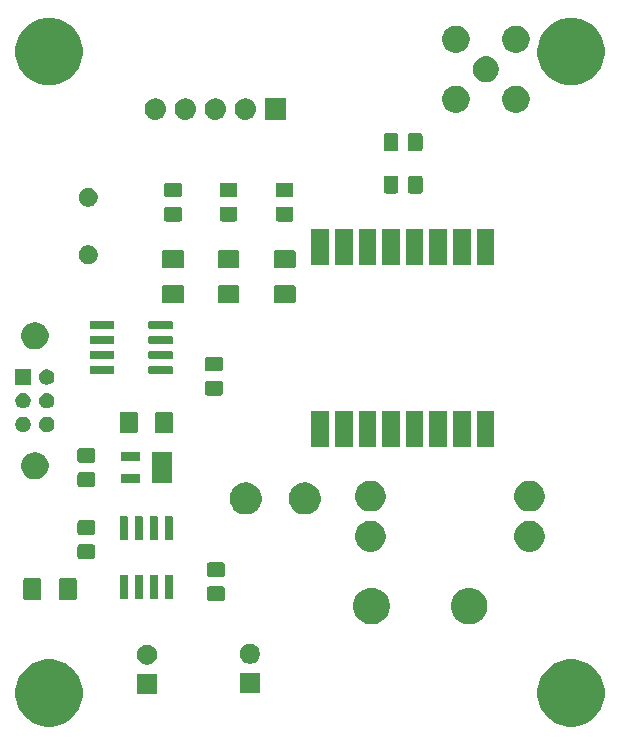
<source format=gts>
G04 #@! TF.GenerationSoftware,KiCad,Pcbnew,(5.0.0-3-g5ebb6b6)*
G04 #@! TF.CreationDate,2020-02-23T20:28:12-05:00*
G04 #@! TF.ProjectId,telemetry_transmitter,74656C656D657472795F7472616E736D,rev?*
G04 #@! TF.SameCoordinates,Original*
G04 #@! TF.FileFunction,Soldermask,Top*
G04 #@! TF.FilePolarity,Negative*
%FSLAX46Y46*%
G04 Gerber Fmt 4.6, Leading zero omitted, Abs format (unit mm)*
G04 Created by KiCad (PCBNEW (5.0.0-3-g5ebb6b6)) date Sunday, February 23, 2020 at 08:28:12 PM*
%MOMM*%
%LPD*%
G01*
G04 APERTURE LIST*
%ADD10C,0.100000*%
G04 APERTURE END LIST*
D10*
G36*
X164531606Y-117158562D02*
X165050455Y-117373476D01*
X165514259Y-117683380D01*
X165517410Y-117685486D01*
X165914514Y-118082590D01*
X165914516Y-118082593D01*
X166226524Y-118549545D01*
X166441438Y-119068394D01*
X166551000Y-119619201D01*
X166551000Y-120180799D01*
X166441438Y-120731606D01*
X166226524Y-121250455D01*
X165916620Y-121714259D01*
X165914514Y-121717410D01*
X165517410Y-122114514D01*
X165517407Y-122114516D01*
X165050455Y-122426524D01*
X164531606Y-122641438D01*
X164256202Y-122696219D01*
X163980800Y-122751000D01*
X163419200Y-122751000D01*
X163143798Y-122696219D01*
X162868394Y-122641438D01*
X162349545Y-122426524D01*
X161882593Y-122114516D01*
X161882590Y-122114514D01*
X161485486Y-121717410D01*
X161483380Y-121714259D01*
X161173476Y-121250455D01*
X160958562Y-120731606D01*
X160849000Y-120180799D01*
X160849000Y-119619201D01*
X160958562Y-119068394D01*
X161173476Y-118549545D01*
X161485484Y-118082593D01*
X161485486Y-118082590D01*
X161882590Y-117685486D01*
X161885741Y-117683380D01*
X162349545Y-117373476D01*
X162868394Y-117158562D01*
X163419200Y-117049000D01*
X163980800Y-117049000D01*
X164531606Y-117158562D01*
X164531606Y-117158562D01*
G37*
G36*
X120331606Y-117158562D02*
X120850455Y-117373476D01*
X121314259Y-117683380D01*
X121317410Y-117685486D01*
X121714514Y-118082590D01*
X121714516Y-118082593D01*
X122026524Y-118549545D01*
X122241438Y-119068394D01*
X122351000Y-119619201D01*
X122351000Y-120180799D01*
X122241438Y-120731606D01*
X122026524Y-121250455D01*
X121716620Y-121714259D01*
X121714514Y-121717410D01*
X121317410Y-122114514D01*
X121317407Y-122114516D01*
X120850455Y-122426524D01*
X120331606Y-122641438D01*
X120056202Y-122696219D01*
X119780800Y-122751000D01*
X119219200Y-122751000D01*
X118943798Y-122696219D01*
X118668394Y-122641438D01*
X118149545Y-122426524D01*
X117682593Y-122114516D01*
X117682590Y-122114514D01*
X117285486Y-121717410D01*
X117283380Y-121714259D01*
X116973476Y-121250455D01*
X116758562Y-120731606D01*
X116649000Y-120180799D01*
X116649000Y-119619201D01*
X116758562Y-119068394D01*
X116973476Y-118549545D01*
X117285484Y-118082593D01*
X117285486Y-118082590D01*
X117682590Y-117685486D01*
X117685741Y-117683380D01*
X118149545Y-117373476D01*
X118668394Y-117158562D01*
X119219200Y-117049000D01*
X119780800Y-117049000D01*
X120331606Y-117158562D01*
X120331606Y-117158562D01*
G37*
G36*
X128638400Y-120002400D02*
X126936400Y-120002400D01*
X126936400Y-118300400D01*
X128638400Y-118300400D01*
X128638400Y-120002400D01*
X128638400Y-120002400D01*
G37*
G36*
X137350600Y-119926200D02*
X135648600Y-119926200D01*
X135648600Y-118224200D01*
X137350600Y-118224200D01*
X137350600Y-119926200D01*
X137350600Y-119926200D01*
G37*
G36*
X128035628Y-115833103D02*
X128190500Y-115897253D01*
X128329881Y-115990385D01*
X128448415Y-116108919D01*
X128541547Y-116248300D01*
X128605697Y-116403172D01*
X128638400Y-116567584D01*
X128638400Y-116735216D01*
X128605697Y-116899628D01*
X128541547Y-117054500D01*
X128448415Y-117193881D01*
X128329881Y-117312415D01*
X128190500Y-117405547D01*
X128035628Y-117469697D01*
X127871216Y-117502400D01*
X127703584Y-117502400D01*
X127539172Y-117469697D01*
X127384300Y-117405547D01*
X127244919Y-117312415D01*
X127126385Y-117193881D01*
X127033253Y-117054500D01*
X126969103Y-116899628D01*
X126936400Y-116735216D01*
X126936400Y-116567584D01*
X126969103Y-116403172D01*
X127033253Y-116248300D01*
X127126385Y-116108919D01*
X127244919Y-115990385D01*
X127384300Y-115897253D01*
X127539172Y-115833103D01*
X127703584Y-115800400D01*
X127871216Y-115800400D01*
X128035628Y-115833103D01*
X128035628Y-115833103D01*
G37*
G36*
X136747828Y-115756903D02*
X136902700Y-115821053D01*
X137042081Y-115914185D01*
X137160615Y-116032719D01*
X137253747Y-116172100D01*
X137317897Y-116326972D01*
X137350600Y-116491384D01*
X137350600Y-116659016D01*
X137317897Y-116823428D01*
X137253747Y-116978300D01*
X137160615Y-117117681D01*
X137042081Y-117236215D01*
X136902700Y-117329347D01*
X136747828Y-117393497D01*
X136583416Y-117426200D01*
X136415784Y-117426200D01*
X136251372Y-117393497D01*
X136096500Y-117329347D01*
X135957119Y-117236215D01*
X135838585Y-117117681D01*
X135745453Y-116978300D01*
X135681303Y-116823428D01*
X135648600Y-116659016D01*
X135648600Y-116491384D01*
X135681303Y-116326972D01*
X135745453Y-116172100D01*
X135838585Y-116032719D01*
X135957119Y-115914185D01*
X136096500Y-115821053D01*
X136251372Y-115756903D01*
X136415784Y-115724200D01*
X136583416Y-115724200D01*
X136747828Y-115756903D01*
X136747828Y-115756903D01*
G37*
G36*
X155419527Y-111036136D02*
X155519410Y-111056004D01*
X155801674Y-111172921D01*
X156055705Y-111342659D01*
X156271741Y-111558695D01*
X156441479Y-111812726D01*
X156558396Y-112094990D01*
X156618000Y-112394640D01*
X156618000Y-112700160D01*
X156558396Y-112999810D01*
X156441479Y-113282074D01*
X156271741Y-113536105D01*
X156055705Y-113752141D01*
X155801674Y-113921879D01*
X155519410Y-114038796D01*
X155419527Y-114058664D01*
X155219762Y-114098400D01*
X154914238Y-114098400D01*
X154714473Y-114058664D01*
X154614590Y-114038796D01*
X154332326Y-113921879D01*
X154078295Y-113752141D01*
X153862259Y-113536105D01*
X153692521Y-113282074D01*
X153575604Y-112999810D01*
X153516000Y-112700160D01*
X153516000Y-112394640D01*
X153575604Y-112094990D01*
X153692521Y-111812726D01*
X153862259Y-111558695D01*
X154078295Y-111342659D01*
X154332326Y-111172921D01*
X154614590Y-111056004D01*
X154714473Y-111036136D01*
X154914238Y-110996400D01*
X155219762Y-110996400D01*
X155419527Y-111036136D01*
X155419527Y-111036136D01*
G37*
G36*
X147169527Y-111036136D02*
X147269410Y-111056004D01*
X147551674Y-111172921D01*
X147805705Y-111342659D01*
X148021741Y-111558695D01*
X148191479Y-111812726D01*
X148308396Y-112094990D01*
X148368000Y-112394640D01*
X148368000Y-112700160D01*
X148308396Y-112999810D01*
X148191479Y-113282074D01*
X148021741Y-113536105D01*
X147805705Y-113752141D01*
X147551674Y-113921879D01*
X147269410Y-114038796D01*
X147169527Y-114058664D01*
X146969762Y-114098400D01*
X146664238Y-114098400D01*
X146464473Y-114058664D01*
X146364590Y-114038796D01*
X146082326Y-113921879D01*
X145828295Y-113752141D01*
X145612259Y-113536105D01*
X145442521Y-113282074D01*
X145325604Y-112999810D01*
X145266000Y-112700160D01*
X145266000Y-112394640D01*
X145325604Y-112094990D01*
X145442521Y-111812726D01*
X145612259Y-111558695D01*
X145828295Y-111342659D01*
X146082326Y-111172921D01*
X146364590Y-111056004D01*
X146464473Y-111036136D01*
X146664238Y-110996400D01*
X146969762Y-110996400D01*
X147169527Y-111036136D01*
X147169527Y-111036136D01*
G37*
G36*
X134218077Y-110877065D02*
X134255764Y-110888498D01*
X134290503Y-110907066D01*
X134320948Y-110932052D01*
X134345934Y-110962497D01*
X134364502Y-110997236D01*
X134375935Y-111034923D01*
X134380400Y-111080261D01*
X134380400Y-111916939D01*
X134375935Y-111962277D01*
X134364502Y-111999964D01*
X134345934Y-112034703D01*
X134320948Y-112065148D01*
X134290503Y-112090134D01*
X134255764Y-112108702D01*
X134218077Y-112120135D01*
X134172739Y-112124600D01*
X133086061Y-112124600D01*
X133040723Y-112120135D01*
X133003036Y-112108702D01*
X132968297Y-112090134D01*
X132937852Y-112065148D01*
X132912866Y-112034703D01*
X132894298Y-111999964D01*
X132882865Y-111962277D01*
X132878400Y-111916939D01*
X132878400Y-111080261D01*
X132882865Y-111034923D01*
X132894298Y-110997236D01*
X132912866Y-110962497D01*
X132937852Y-110932052D01*
X132968297Y-110907066D01*
X133003036Y-110888498D01*
X133040723Y-110877065D01*
X133086061Y-110872600D01*
X134172739Y-110872600D01*
X134218077Y-110877065D01*
X134218077Y-110877065D01*
G37*
G36*
X121683762Y-110177781D02*
X121718677Y-110188373D01*
X121750865Y-110205578D01*
X121779073Y-110228727D01*
X121802222Y-110256935D01*
X121819427Y-110289123D01*
X121830019Y-110324038D01*
X121834200Y-110366495D01*
X121834200Y-111832705D01*
X121830019Y-111875162D01*
X121819427Y-111910077D01*
X121802222Y-111942265D01*
X121779073Y-111970473D01*
X121750865Y-111993622D01*
X121718677Y-112010827D01*
X121683762Y-112021419D01*
X121641305Y-112025600D01*
X120500095Y-112025600D01*
X120457638Y-112021419D01*
X120422723Y-112010827D01*
X120390535Y-111993622D01*
X120362327Y-111970473D01*
X120339178Y-111942265D01*
X120321973Y-111910077D01*
X120311381Y-111875162D01*
X120307200Y-111832705D01*
X120307200Y-110366495D01*
X120311381Y-110324038D01*
X120321973Y-110289123D01*
X120339178Y-110256935D01*
X120362327Y-110228727D01*
X120390535Y-110205578D01*
X120422723Y-110188373D01*
X120457638Y-110177781D01*
X120500095Y-110173600D01*
X121641305Y-110173600D01*
X121683762Y-110177781D01*
X121683762Y-110177781D01*
G37*
G36*
X118708762Y-110177781D02*
X118743677Y-110188373D01*
X118775865Y-110205578D01*
X118804073Y-110228727D01*
X118827222Y-110256935D01*
X118844427Y-110289123D01*
X118855019Y-110324038D01*
X118859200Y-110366495D01*
X118859200Y-111832705D01*
X118855019Y-111875162D01*
X118844427Y-111910077D01*
X118827222Y-111942265D01*
X118804073Y-111970473D01*
X118775865Y-111993622D01*
X118743677Y-112010827D01*
X118708762Y-112021419D01*
X118666305Y-112025600D01*
X117525095Y-112025600D01*
X117482638Y-112021419D01*
X117447723Y-112010827D01*
X117415535Y-111993622D01*
X117387327Y-111970473D01*
X117364178Y-111942265D01*
X117346973Y-111910077D01*
X117336381Y-111875162D01*
X117332200Y-111832705D01*
X117332200Y-110366495D01*
X117336381Y-110324038D01*
X117346973Y-110289123D01*
X117364178Y-110256935D01*
X117387327Y-110228727D01*
X117415535Y-110205578D01*
X117447723Y-110188373D01*
X117482638Y-110177781D01*
X117525095Y-110173600D01*
X118666305Y-110173600D01*
X118708762Y-110177781D01*
X118708762Y-110177781D01*
G37*
G36*
X129901528Y-109884364D02*
X129922611Y-109890760D01*
X129942042Y-109901146D01*
X129959075Y-109915125D01*
X129973054Y-109932158D01*
X129983440Y-109951589D01*
X129989836Y-109972672D01*
X129992600Y-110000740D01*
X129992600Y-111814460D01*
X129989836Y-111842528D01*
X129983440Y-111863611D01*
X129973054Y-111883042D01*
X129959075Y-111900075D01*
X129942042Y-111914054D01*
X129922611Y-111924440D01*
X129901528Y-111930836D01*
X129873460Y-111933600D01*
X129409740Y-111933600D01*
X129381672Y-111930836D01*
X129360589Y-111924440D01*
X129341158Y-111914054D01*
X129324125Y-111900075D01*
X129310146Y-111883042D01*
X129299760Y-111863611D01*
X129293364Y-111842528D01*
X129290600Y-111814460D01*
X129290600Y-110000740D01*
X129293364Y-109972672D01*
X129299760Y-109951589D01*
X129310146Y-109932158D01*
X129324125Y-109915125D01*
X129341158Y-109901146D01*
X129360589Y-109890760D01*
X129381672Y-109884364D01*
X129409740Y-109881600D01*
X129873460Y-109881600D01*
X129901528Y-109884364D01*
X129901528Y-109884364D01*
G37*
G36*
X128631528Y-109884364D02*
X128652611Y-109890760D01*
X128672042Y-109901146D01*
X128689075Y-109915125D01*
X128703054Y-109932158D01*
X128713440Y-109951589D01*
X128719836Y-109972672D01*
X128722600Y-110000740D01*
X128722600Y-111814460D01*
X128719836Y-111842528D01*
X128713440Y-111863611D01*
X128703054Y-111883042D01*
X128689075Y-111900075D01*
X128672042Y-111914054D01*
X128652611Y-111924440D01*
X128631528Y-111930836D01*
X128603460Y-111933600D01*
X128139740Y-111933600D01*
X128111672Y-111930836D01*
X128090589Y-111924440D01*
X128071158Y-111914054D01*
X128054125Y-111900075D01*
X128040146Y-111883042D01*
X128029760Y-111863611D01*
X128023364Y-111842528D01*
X128020600Y-111814460D01*
X128020600Y-110000740D01*
X128023364Y-109972672D01*
X128029760Y-109951589D01*
X128040146Y-109932158D01*
X128054125Y-109915125D01*
X128071158Y-109901146D01*
X128090589Y-109890760D01*
X128111672Y-109884364D01*
X128139740Y-109881600D01*
X128603460Y-109881600D01*
X128631528Y-109884364D01*
X128631528Y-109884364D01*
G37*
G36*
X127361528Y-109884364D02*
X127382611Y-109890760D01*
X127402042Y-109901146D01*
X127419075Y-109915125D01*
X127433054Y-109932158D01*
X127443440Y-109951589D01*
X127449836Y-109972672D01*
X127452600Y-110000740D01*
X127452600Y-111814460D01*
X127449836Y-111842528D01*
X127443440Y-111863611D01*
X127433054Y-111883042D01*
X127419075Y-111900075D01*
X127402042Y-111914054D01*
X127382611Y-111924440D01*
X127361528Y-111930836D01*
X127333460Y-111933600D01*
X126869740Y-111933600D01*
X126841672Y-111930836D01*
X126820589Y-111924440D01*
X126801158Y-111914054D01*
X126784125Y-111900075D01*
X126770146Y-111883042D01*
X126759760Y-111863611D01*
X126753364Y-111842528D01*
X126750600Y-111814460D01*
X126750600Y-110000740D01*
X126753364Y-109972672D01*
X126759760Y-109951589D01*
X126770146Y-109932158D01*
X126784125Y-109915125D01*
X126801158Y-109901146D01*
X126820589Y-109890760D01*
X126841672Y-109884364D01*
X126869740Y-109881600D01*
X127333460Y-109881600D01*
X127361528Y-109884364D01*
X127361528Y-109884364D01*
G37*
G36*
X126091528Y-109884364D02*
X126112611Y-109890760D01*
X126132042Y-109901146D01*
X126149075Y-109915125D01*
X126163054Y-109932158D01*
X126173440Y-109951589D01*
X126179836Y-109972672D01*
X126182600Y-110000740D01*
X126182600Y-111814460D01*
X126179836Y-111842528D01*
X126173440Y-111863611D01*
X126163054Y-111883042D01*
X126149075Y-111900075D01*
X126132042Y-111914054D01*
X126112611Y-111924440D01*
X126091528Y-111930836D01*
X126063460Y-111933600D01*
X125599740Y-111933600D01*
X125571672Y-111930836D01*
X125550589Y-111924440D01*
X125531158Y-111914054D01*
X125514125Y-111900075D01*
X125500146Y-111883042D01*
X125489760Y-111863611D01*
X125483364Y-111842528D01*
X125480600Y-111814460D01*
X125480600Y-110000740D01*
X125483364Y-109972672D01*
X125489760Y-109951589D01*
X125500146Y-109932158D01*
X125514125Y-109915125D01*
X125531158Y-109901146D01*
X125550589Y-109890760D01*
X125571672Y-109884364D01*
X125599740Y-109881600D01*
X126063460Y-109881600D01*
X126091528Y-109884364D01*
X126091528Y-109884364D01*
G37*
G36*
X134218077Y-108827065D02*
X134255764Y-108838498D01*
X134290503Y-108857066D01*
X134320948Y-108882052D01*
X134345934Y-108912497D01*
X134364502Y-108947236D01*
X134375935Y-108984923D01*
X134380400Y-109030261D01*
X134380400Y-109866939D01*
X134375935Y-109912277D01*
X134364502Y-109949964D01*
X134345934Y-109984703D01*
X134320948Y-110015148D01*
X134290503Y-110040134D01*
X134255764Y-110058702D01*
X134218077Y-110070135D01*
X134172739Y-110074600D01*
X133086061Y-110074600D01*
X133040723Y-110070135D01*
X133003036Y-110058702D01*
X132968297Y-110040134D01*
X132937852Y-110015148D01*
X132912866Y-109984703D01*
X132894298Y-109949964D01*
X132882865Y-109912277D01*
X132878400Y-109866939D01*
X132878400Y-109030261D01*
X132882865Y-108984923D01*
X132894298Y-108947236D01*
X132912866Y-108912497D01*
X132937852Y-108882052D01*
X132968297Y-108857066D01*
X133003036Y-108838498D01*
X133040723Y-108827065D01*
X133086061Y-108822600D01*
X134172739Y-108822600D01*
X134218077Y-108827065D01*
X134218077Y-108827065D01*
G37*
G36*
X123245277Y-107321065D02*
X123282964Y-107332498D01*
X123317703Y-107351066D01*
X123348148Y-107376052D01*
X123373134Y-107406497D01*
X123391702Y-107441236D01*
X123403135Y-107478923D01*
X123407600Y-107524261D01*
X123407600Y-108360939D01*
X123403135Y-108406277D01*
X123391702Y-108443964D01*
X123373134Y-108478703D01*
X123348148Y-108509148D01*
X123317703Y-108534134D01*
X123282964Y-108552702D01*
X123245277Y-108564135D01*
X123199939Y-108568600D01*
X122113261Y-108568600D01*
X122067923Y-108564135D01*
X122030236Y-108552702D01*
X121995497Y-108534134D01*
X121965052Y-108509148D01*
X121940066Y-108478703D01*
X121921498Y-108443964D01*
X121910065Y-108406277D01*
X121905600Y-108360939D01*
X121905600Y-107524261D01*
X121910065Y-107478923D01*
X121921498Y-107441236D01*
X121940066Y-107406497D01*
X121965052Y-107376052D01*
X121995497Y-107351066D01*
X122030236Y-107332498D01*
X122067923Y-107321065D01*
X122113261Y-107316600D01*
X123199939Y-107316600D01*
X123245277Y-107321065D01*
X123245277Y-107321065D01*
G37*
G36*
X147085885Y-105376396D02*
X147085887Y-105376397D01*
X147085888Y-105376397D01*
X147322153Y-105474261D01*
X147322655Y-105474469D01*
X147535742Y-105616849D01*
X147716951Y-105798058D01*
X147859331Y-106011145D01*
X147957404Y-106247915D01*
X148007400Y-106499261D01*
X148007400Y-106755539D01*
X147957404Y-107006885D01*
X147859331Y-107243655D01*
X147716951Y-107456742D01*
X147535742Y-107637951D01*
X147535739Y-107637953D01*
X147322655Y-107780331D01*
X147085888Y-107878403D01*
X147085887Y-107878403D01*
X147085885Y-107878404D01*
X146834539Y-107928400D01*
X146578261Y-107928400D01*
X146326915Y-107878404D01*
X146326913Y-107878403D01*
X146326912Y-107878403D01*
X146090145Y-107780331D01*
X145877061Y-107637953D01*
X145877058Y-107637951D01*
X145695849Y-107456742D01*
X145553469Y-107243655D01*
X145455396Y-107006885D01*
X145405400Y-106755539D01*
X145405400Y-106499261D01*
X145455396Y-106247915D01*
X145553469Y-106011145D01*
X145695849Y-105798058D01*
X145877058Y-105616849D01*
X146090145Y-105474469D01*
X146090647Y-105474261D01*
X146326912Y-105376397D01*
X146326913Y-105376397D01*
X146326915Y-105376396D01*
X146578261Y-105326400D01*
X146834539Y-105326400D01*
X147085885Y-105376396D01*
X147085885Y-105376396D01*
G37*
G36*
X160555885Y-105376396D02*
X160555887Y-105376397D01*
X160555888Y-105376397D01*
X160792153Y-105474261D01*
X160792655Y-105474469D01*
X161005742Y-105616849D01*
X161186951Y-105798058D01*
X161329331Y-106011145D01*
X161427404Y-106247915D01*
X161477400Y-106499261D01*
X161477400Y-106755539D01*
X161427404Y-107006885D01*
X161329331Y-107243655D01*
X161186951Y-107456742D01*
X161005742Y-107637951D01*
X161005739Y-107637953D01*
X160792655Y-107780331D01*
X160555888Y-107878403D01*
X160555887Y-107878403D01*
X160555885Y-107878404D01*
X160304539Y-107928400D01*
X160048261Y-107928400D01*
X159796915Y-107878404D01*
X159796913Y-107878403D01*
X159796912Y-107878403D01*
X159560145Y-107780331D01*
X159347061Y-107637953D01*
X159347058Y-107637951D01*
X159165849Y-107456742D01*
X159023469Y-107243655D01*
X158925396Y-107006885D01*
X158875400Y-106755539D01*
X158875400Y-106499261D01*
X158925396Y-106247915D01*
X159023469Y-106011145D01*
X159165849Y-105798058D01*
X159347058Y-105616849D01*
X159560145Y-105474469D01*
X159560647Y-105474261D01*
X159796912Y-105376397D01*
X159796913Y-105376397D01*
X159796915Y-105376396D01*
X160048261Y-105326400D01*
X160304539Y-105326400D01*
X160555885Y-105376396D01*
X160555885Y-105376396D01*
G37*
G36*
X128631528Y-104934364D02*
X128652611Y-104940760D01*
X128672042Y-104951146D01*
X128689075Y-104965125D01*
X128703054Y-104982158D01*
X128713440Y-105001589D01*
X128719836Y-105022672D01*
X128722600Y-105050740D01*
X128722600Y-106864460D01*
X128719836Y-106892528D01*
X128713440Y-106913611D01*
X128703054Y-106933042D01*
X128689075Y-106950075D01*
X128672042Y-106964054D01*
X128652611Y-106974440D01*
X128631528Y-106980836D01*
X128603460Y-106983600D01*
X128139740Y-106983600D01*
X128111672Y-106980836D01*
X128090589Y-106974440D01*
X128071158Y-106964054D01*
X128054125Y-106950075D01*
X128040146Y-106933042D01*
X128029760Y-106913611D01*
X128023364Y-106892528D01*
X128020600Y-106864460D01*
X128020600Y-105050740D01*
X128023364Y-105022672D01*
X128029760Y-105001589D01*
X128040146Y-104982158D01*
X128054125Y-104965125D01*
X128071158Y-104951146D01*
X128090589Y-104940760D01*
X128111672Y-104934364D01*
X128139740Y-104931600D01*
X128603460Y-104931600D01*
X128631528Y-104934364D01*
X128631528Y-104934364D01*
G37*
G36*
X129901528Y-104934364D02*
X129922611Y-104940760D01*
X129942042Y-104951146D01*
X129959075Y-104965125D01*
X129973054Y-104982158D01*
X129983440Y-105001589D01*
X129989836Y-105022672D01*
X129992600Y-105050740D01*
X129992600Y-106864460D01*
X129989836Y-106892528D01*
X129983440Y-106913611D01*
X129973054Y-106933042D01*
X129959075Y-106950075D01*
X129942042Y-106964054D01*
X129922611Y-106974440D01*
X129901528Y-106980836D01*
X129873460Y-106983600D01*
X129409740Y-106983600D01*
X129381672Y-106980836D01*
X129360589Y-106974440D01*
X129341158Y-106964054D01*
X129324125Y-106950075D01*
X129310146Y-106933042D01*
X129299760Y-106913611D01*
X129293364Y-106892528D01*
X129290600Y-106864460D01*
X129290600Y-105050740D01*
X129293364Y-105022672D01*
X129299760Y-105001589D01*
X129310146Y-104982158D01*
X129324125Y-104965125D01*
X129341158Y-104951146D01*
X129360589Y-104940760D01*
X129381672Y-104934364D01*
X129409740Y-104931600D01*
X129873460Y-104931600D01*
X129901528Y-104934364D01*
X129901528Y-104934364D01*
G37*
G36*
X126091528Y-104934364D02*
X126112611Y-104940760D01*
X126132042Y-104951146D01*
X126149075Y-104965125D01*
X126163054Y-104982158D01*
X126173440Y-105001589D01*
X126179836Y-105022672D01*
X126182600Y-105050740D01*
X126182600Y-106864460D01*
X126179836Y-106892528D01*
X126173440Y-106913611D01*
X126163054Y-106933042D01*
X126149075Y-106950075D01*
X126132042Y-106964054D01*
X126112611Y-106974440D01*
X126091528Y-106980836D01*
X126063460Y-106983600D01*
X125599740Y-106983600D01*
X125571672Y-106980836D01*
X125550589Y-106974440D01*
X125531158Y-106964054D01*
X125514125Y-106950075D01*
X125500146Y-106933042D01*
X125489760Y-106913611D01*
X125483364Y-106892528D01*
X125480600Y-106864460D01*
X125480600Y-105050740D01*
X125483364Y-105022672D01*
X125489760Y-105001589D01*
X125500146Y-104982158D01*
X125514125Y-104965125D01*
X125531158Y-104951146D01*
X125550589Y-104940760D01*
X125571672Y-104934364D01*
X125599740Y-104931600D01*
X126063460Y-104931600D01*
X126091528Y-104934364D01*
X126091528Y-104934364D01*
G37*
G36*
X127361528Y-104934364D02*
X127382611Y-104940760D01*
X127402042Y-104951146D01*
X127419075Y-104965125D01*
X127433054Y-104982158D01*
X127443440Y-105001589D01*
X127449836Y-105022672D01*
X127452600Y-105050740D01*
X127452600Y-106864460D01*
X127449836Y-106892528D01*
X127443440Y-106913611D01*
X127433054Y-106933042D01*
X127419075Y-106950075D01*
X127402042Y-106964054D01*
X127382611Y-106974440D01*
X127361528Y-106980836D01*
X127333460Y-106983600D01*
X126869740Y-106983600D01*
X126841672Y-106980836D01*
X126820589Y-106974440D01*
X126801158Y-106964054D01*
X126784125Y-106950075D01*
X126770146Y-106933042D01*
X126759760Y-106913611D01*
X126753364Y-106892528D01*
X126750600Y-106864460D01*
X126750600Y-105050740D01*
X126753364Y-105022672D01*
X126759760Y-105001589D01*
X126770146Y-104982158D01*
X126784125Y-104965125D01*
X126801158Y-104951146D01*
X126820589Y-104940760D01*
X126841672Y-104934364D01*
X126869740Y-104931600D01*
X127333460Y-104931600D01*
X127361528Y-104934364D01*
X127361528Y-104934364D01*
G37*
G36*
X123245277Y-105271065D02*
X123282964Y-105282498D01*
X123317703Y-105301066D01*
X123348148Y-105326052D01*
X123373134Y-105356497D01*
X123391702Y-105391236D01*
X123403135Y-105428923D01*
X123407600Y-105474261D01*
X123407600Y-106310939D01*
X123403135Y-106356277D01*
X123391702Y-106393964D01*
X123373134Y-106428703D01*
X123348148Y-106459148D01*
X123317703Y-106484134D01*
X123282964Y-106502702D01*
X123245277Y-106514135D01*
X123199939Y-106518600D01*
X122113261Y-106518600D01*
X122067923Y-106514135D01*
X122030236Y-106502702D01*
X121995497Y-106484134D01*
X121965052Y-106459148D01*
X121940066Y-106428703D01*
X121921498Y-106393964D01*
X121910065Y-106356277D01*
X121905600Y-106310939D01*
X121905600Y-105474261D01*
X121910065Y-105428923D01*
X121921498Y-105391236D01*
X121940066Y-105356497D01*
X121965052Y-105326052D01*
X121995497Y-105301066D01*
X122030236Y-105282498D01*
X122067923Y-105271065D01*
X122113261Y-105266600D01*
X123199939Y-105266600D01*
X123245277Y-105271065D01*
X123245277Y-105271065D01*
G37*
G36*
X141411367Y-102103759D02*
X141541872Y-102129718D01*
X141787739Y-102231559D01*
X141953979Y-102342638D01*
X142009015Y-102379412D01*
X142197188Y-102567585D01*
X142197190Y-102567588D01*
X142345041Y-102788861D01*
X142446882Y-103034728D01*
X142446882Y-103034729D01*
X142498800Y-103295737D01*
X142498800Y-103561863D01*
X142489844Y-103606888D01*
X142446882Y-103822872D01*
X142345041Y-104068739D01*
X142231976Y-104237951D01*
X142197188Y-104290015D01*
X142009015Y-104478188D01*
X142009012Y-104478190D01*
X141787739Y-104626041D01*
X141541872Y-104727882D01*
X141411367Y-104753841D01*
X141280863Y-104779800D01*
X141014737Y-104779800D01*
X140884233Y-104753841D01*
X140753728Y-104727882D01*
X140507861Y-104626041D01*
X140286588Y-104478190D01*
X140286585Y-104478188D01*
X140098412Y-104290015D01*
X140063624Y-104237951D01*
X139950559Y-104068739D01*
X139848718Y-103822872D01*
X139805756Y-103606888D01*
X139796800Y-103561863D01*
X139796800Y-103295737D01*
X139848718Y-103034729D01*
X139848718Y-103034728D01*
X139950559Y-102788861D01*
X140098410Y-102567588D01*
X140098412Y-102567585D01*
X140286585Y-102379412D01*
X140341621Y-102342638D01*
X140507861Y-102231559D01*
X140753728Y-102129718D01*
X140884233Y-102103759D01*
X141014737Y-102077800D01*
X141280863Y-102077800D01*
X141411367Y-102103759D01*
X141411367Y-102103759D01*
G37*
G36*
X136411367Y-102103759D02*
X136541872Y-102129718D01*
X136787739Y-102231559D01*
X136953979Y-102342638D01*
X137009015Y-102379412D01*
X137197188Y-102567585D01*
X137197190Y-102567588D01*
X137345041Y-102788861D01*
X137446882Y-103034728D01*
X137446882Y-103034729D01*
X137498800Y-103295737D01*
X137498800Y-103561863D01*
X137489844Y-103606888D01*
X137446882Y-103822872D01*
X137345041Y-104068739D01*
X137231976Y-104237951D01*
X137197188Y-104290015D01*
X137009015Y-104478188D01*
X137009012Y-104478190D01*
X136787739Y-104626041D01*
X136541872Y-104727882D01*
X136411367Y-104753841D01*
X136280863Y-104779800D01*
X136014737Y-104779800D01*
X135884233Y-104753841D01*
X135753728Y-104727882D01*
X135507861Y-104626041D01*
X135286588Y-104478190D01*
X135286585Y-104478188D01*
X135098412Y-104290015D01*
X135063624Y-104237951D01*
X134950559Y-104068739D01*
X134848718Y-103822872D01*
X134805756Y-103606888D01*
X134796800Y-103561863D01*
X134796800Y-103295737D01*
X134848718Y-103034729D01*
X134848718Y-103034728D01*
X134950559Y-102788861D01*
X135098410Y-102567588D01*
X135098412Y-102567585D01*
X135286585Y-102379412D01*
X135341621Y-102342638D01*
X135507861Y-102231559D01*
X135753728Y-102129718D01*
X135884233Y-102103759D01*
X136014737Y-102077800D01*
X136280863Y-102077800D01*
X136411367Y-102103759D01*
X136411367Y-102103759D01*
G37*
G36*
X147085885Y-101976396D02*
X147085887Y-101976397D01*
X147085888Y-101976397D01*
X147322655Y-102074469D01*
X147535742Y-102216849D01*
X147716951Y-102398058D01*
X147859331Y-102611145D01*
X147957404Y-102847915D01*
X148007400Y-103099261D01*
X148007400Y-103355539D01*
X147957404Y-103606885D01*
X147859331Y-103843655D01*
X147716951Y-104056742D01*
X147535742Y-104237951D01*
X147535739Y-104237953D01*
X147322655Y-104380331D01*
X147085888Y-104478403D01*
X147085887Y-104478403D01*
X147085885Y-104478404D01*
X146834539Y-104528400D01*
X146578261Y-104528400D01*
X146326915Y-104478404D01*
X146326913Y-104478403D01*
X146326912Y-104478403D01*
X146090145Y-104380331D01*
X145877061Y-104237953D01*
X145877058Y-104237951D01*
X145695849Y-104056742D01*
X145553469Y-103843655D01*
X145455396Y-103606885D01*
X145405400Y-103355539D01*
X145405400Y-103099261D01*
X145455396Y-102847915D01*
X145553469Y-102611145D01*
X145695849Y-102398058D01*
X145877058Y-102216849D01*
X146090145Y-102074469D01*
X146326912Y-101976397D01*
X146326913Y-101976397D01*
X146326915Y-101976396D01*
X146578261Y-101926400D01*
X146834539Y-101926400D01*
X147085885Y-101976396D01*
X147085885Y-101976396D01*
G37*
G36*
X160555885Y-101976396D02*
X160555887Y-101976397D01*
X160555888Y-101976397D01*
X160792655Y-102074469D01*
X161005742Y-102216849D01*
X161186951Y-102398058D01*
X161329331Y-102611145D01*
X161427404Y-102847915D01*
X161477400Y-103099261D01*
X161477400Y-103355539D01*
X161427404Y-103606885D01*
X161329331Y-103843655D01*
X161186951Y-104056742D01*
X161005742Y-104237951D01*
X161005739Y-104237953D01*
X160792655Y-104380331D01*
X160555888Y-104478403D01*
X160555887Y-104478403D01*
X160555885Y-104478404D01*
X160304539Y-104528400D01*
X160048261Y-104528400D01*
X159796915Y-104478404D01*
X159796913Y-104478403D01*
X159796912Y-104478403D01*
X159560145Y-104380331D01*
X159347061Y-104237953D01*
X159347058Y-104237951D01*
X159165849Y-104056742D01*
X159023469Y-103843655D01*
X158925396Y-103606885D01*
X158875400Y-103355539D01*
X158875400Y-103099261D01*
X158925396Y-102847915D01*
X159023469Y-102611145D01*
X159165849Y-102398058D01*
X159347058Y-102216849D01*
X159560145Y-102074469D01*
X159796912Y-101976397D01*
X159796913Y-101976397D01*
X159796915Y-101976396D01*
X160048261Y-101926400D01*
X160304539Y-101926400D01*
X160555885Y-101976396D01*
X160555885Y-101976396D01*
G37*
G36*
X123245277Y-101216065D02*
X123282964Y-101227498D01*
X123317703Y-101246066D01*
X123348148Y-101271052D01*
X123373134Y-101301497D01*
X123391702Y-101336236D01*
X123403135Y-101373923D01*
X123407600Y-101419261D01*
X123407600Y-102255939D01*
X123403135Y-102301277D01*
X123391702Y-102338964D01*
X123373134Y-102373703D01*
X123348148Y-102404148D01*
X123317703Y-102429134D01*
X123282964Y-102447702D01*
X123245277Y-102459135D01*
X123199939Y-102463600D01*
X122113261Y-102463600D01*
X122067923Y-102459135D01*
X122030236Y-102447702D01*
X121995497Y-102429134D01*
X121965052Y-102404148D01*
X121940066Y-102373703D01*
X121921498Y-102338964D01*
X121910065Y-102301277D01*
X121905600Y-102255939D01*
X121905600Y-101419261D01*
X121910065Y-101373923D01*
X121921498Y-101336236D01*
X121940066Y-101301497D01*
X121965052Y-101271052D01*
X121995497Y-101246066D01*
X122030236Y-101227498D01*
X122067923Y-101216065D01*
X122113261Y-101211600D01*
X123199939Y-101211600D01*
X123245277Y-101216065D01*
X123245277Y-101216065D01*
G37*
G36*
X127217600Y-102138600D02*
X125555600Y-102138600D01*
X125555600Y-101386600D01*
X127217600Y-101386600D01*
X127217600Y-102138600D01*
X127217600Y-102138600D01*
G37*
G36*
X129917600Y-102138600D02*
X128255600Y-102138600D01*
X128255600Y-99486600D01*
X129917600Y-99486600D01*
X129917600Y-102138600D01*
X129917600Y-102138600D01*
G37*
G36*
X118639534Y-99541632D02*
X118849002Y-99628396D01*
X119037523Y-99754362D01*
X119197838Y-99914677D01*
X119323804Y-100103198D01*
X119410568Y-100312666D01*
X119454800Y-100535035D01*
X119454800Y-100761765D01*
X119410568Y-100984134D01*
X119323804Y-101193602D01*
X119197838Y-101382123D01*
X119037523Y-101542438D01*
X118849002Y-101668404D01*
X118639534Y-101755168D01*
X118417165Y-101799400D01*
X118190435Y-101799400D01*
X117968066Y-101755168D01*
X117758598Y-101668404D01*
X117570077Y-101542438D01*
X117409762Y-101382123D01*
X117283796Y-101193602D01*
X117197032Y-100984134D01*
X117152800Y-100761765D01*
X117152800Y-100535035D01*
X117197032Y-100312666D01*
X117283796Y-100103198D01*
X117409762Y-99914677D01*
X117570077Y-99754362D01*
X117758598Y-99628396D01*
X117968066Y-99541632D01*
X118190435Y-99497400D01*
X118417165Y-99497400D01*
X118639534Y-99541632D01*
X118639534Y-99541632D01*
G37*
G36*
X123245277Y-99166065D02*
X123282964Y-99177498D01*
X123317703Y-99196066D01*
X123348148Y-99221052D01*
X123373134Y-99251497D01*
X123391702Y-99286236D01*
X123403135Y-99323923D01*
X123407600Y-99369261D01*
X123407600Y-100205939D01*
X123403135Y-100251277D01*
X123391702Y-100288964D01*
X123373134Y-100323703D01*
X123348148Y-100354148D01*
X123317703Y-100379134D01*
X123282964Y-100397702D01*
X123245277Y-100409135D01*
X123199939Y-100413600D01*
X122113261Y-100413600D01*
X122067923Y-100409135D01*
X122030236Y-100397702D01*
X121995497Y-100379134D01*
X121965052Y-100354148D01*
X121940066Y-100323703D01*
X121921498Y-100288964D01*
X121910065Y-100251277D01*
X121905600Y-100205939D01*
X121905600Y-99369261D01*
X121910065Y-99323923D01*
X121921498Y-99286236D01*
X121940066Y-99251497D01*
X121965052Y-99221052D01*
X121995497Y-99196066D01*
X122030236Y-99177498D01*
X122067923Y-99166065D01*
X122113261Y-99161600D01*
X123199939Y-99161600D01*
X123245277Y-99166065D01*
X123245277Y-99166065D01*
G37*
G36*
X127217600Y-100238600D02*
X125555600Y-100238600D01*
X125555600Y-99486600D01*
X127217600Y-99486600D01*
X127217600Y-100238600D01*
X127217600Y-100238600D01*
G37*
G36*
X155204600Y-99090800D02*
X153702600Y-99090800D01*
X153702600Y-95988800D01*
X155204600Y-95988800D01*
X155204600Y-99090800D01*
X155204600Y-99090800D01*
G37*
G36*
X143204600Y-99090800D02*
X141702600Y-99090800D01*
X141702600Y-95988800D01*
X143204600Y-95988800D01*
X143204600Y-99090800D01*
X143204600Y-99090800D01*
G37*
G36*
X145204600Y-99090800D02*
X143702600Y-99090800D01*
X143702600Y-95988800D01*
X145204600Y-95988800D01*
X145204600Y-99090800D01*
X145204600Y-99090800D01*
G37*
G36*
X147204600Y-99090800D02*
X145702600Y-99090800D01*
X145702600Y-95988800D01*
X147204600Y-95988800D01*
X147204600Y-99090800D01*
X147204600Y-99090800D01*
G37*
G36*
X149204600Y-99090800D02*
X147702600Y-99090800D01*
X147702600Y-95988800D01*
X149204600Y-95988800D01*
X149204600Y-99090800D01*
X149204600Y-99090800D01*
G37*
G36*
X153204600Y-99090800D02*
X151702600Y-99090800D01*
X151702600Y-95988800D01*
X153204600Y-95988800D01*
X153204600Y-99090800D01*
X153204600Y-99090800D01*
G37*
G36*
X157204600Y-99090800D02*
X155702600Y-99090800D01*
X155702600Y-95988800D01*
X157204600Y-95988800D01*
X157204600Y-99090800D01*
X157204600Y-99090800D01*
G37*
G36*
X151204600Y-99090800D02*
X149702600Y-99090800D01*
X149702600Y-95988800D01*
X151204600Y-95988800D01*
X151204600Y-99090800D01*
X151204600Y-99090800D01*
G37*
G36*
X126862162Y-96080781D02*
X126897077Y-96091373D01*
X126929265Y-96108578D01*
X126957473Y-96131727D01*
X126980622Y-96159935D01*
X126997827Y-96192123D01*
X127008419Y-96227038D01*
X127012600Y-96269495D01*
X127012600Y-97735705D01*
X127008419Y-97778162D01*
X126997827Y-97813077D01*
X126980622Y-97845265D01*
X126957473Y-97873473D01*
X126929265Y-97896622D01*
X126897077Y-97913827D01*
X126862162Y-97924419D01*
X126819705Y-97928600D01*
X125678495Y-97928600D01*
X125636038Y-97924419D01*
X125601123Y-97913827D01*
X125568935Y-97896622D01*
X125540727Y-97873473D01*
X125517578Y-97845265D01*
X125500373Y-97813077D01*
X125489781Y-97778162D01*
X125485600Y-97735705D01*
X125485600Y-96269495D01*
X125489781Y-96227038D01*
X125500373Y-96192123D01*
X125517578Y-96159935D01*
X125540727Y-96131727D01*
X125568935Y-96108578D01*
X125601123Y-96091373D01*
X125636038Y-96080781D01*
X125678495Y-96076600D01*
X126819705Y-96076600D01*
X126862162Y-96080781D01*
X126862162Y-96080781D01*
G37*
G36*
X129837162Y-96080781D02*
X129872077Y-96091373D01*
X129904265Y-96108578D01*
X129932473Y-96131727D01*
X129955622Y-96159935D01*
X129972827Y-96192123D01*
X129983419Y-96227038D01*
X129987600Y-96269495D01*
X129987600Y-97735705D01*
X129983419Y-97778162D01*
X129972827Y-97813077D01*
X129955622Y-97845265D01*
X129932473Y-97873473D01*
X129904265Y-97896622D01*
X129872077Y-97913827D01*
X129837162Y-97924419D01*
X129794705Y-97928600D01*
X128653495Y-97928600D01*
X128611038Y-97924419D01*
X128576123Y-97913827D01*
X128543935Y-97896622D01*
X128515727Y-97873473D01*
X128492578Y-97845265D01*
X128475373Y-97813077D01*
X128464781Y-97778162D01*
X128460600Y-97735705D01*
X128460600Y-96269495D01*
X128464781Y-96227038D01*
X128475373Y-96192123D01*
X128492578Y-96159935D01*
X128515727Y-96131727D01*
X128543935Y-96108578D01*
X128576123Y-96091373D01*
X128611038Y-96080781D01*
X128653495Y-96076600D01*
X129794705Y-96076600D01*
X129837162Y-96080781D01*
X129837162Y-96080781D01*
G37*
G36*
X119493690Y-96522417D02*
X119612161Y-96571489D01*
X119718792Y-96642738D01*
X119809462Y-96733408D01*
X119880711Y-96840039D01*
X119929783Y-96958510D01*
X119954800Y-97084281D01*
X119954800Y-97212519D01*
X119929783Y-97338290D01*
X119880711Y-97456761D01*
X119809462Y-97563392D01*
X119718792Y-97654062D01*
X119718789Y-97654064D01*
X119718788Y-97654065D01*
X119630632Y-97712969D01*
X119612161Y-97725311D01*
X119493690Y-97774383D01*
X119367919Y-97799400D01*
X119239681Y-97799400D01*
X119113910Y-97774383D01*
X118995439Y-97725311D01*
X118976968Y-97712969D01*
X118888812Y-97654065D01*
X118888811Y-97654064D01*
X118888808Y-97654062D01*
X118798138Y-97563392D01*
X118726889Y-97456761D01*
X118677817Y-97338290D01*
X118652800Y-97212519D01*
X118652800Y-97084281D01*
X118677817Y-96958510D01*
X118726889Y-96840039D01*
X118798138Y-96733408D01*
X118888808Y-96642738D01*
X118995439Y-96571489D01*
X119113910Y-96522417D01*
X119239681Y-96497400D01*
X119367919Y-96497400D01*
X119493690Y-96522417D01*
X119493690Y-96522417D01*
G37*
G36*
X117493690Y-96522417D02*
X117612161Y-96571489D01*
X117718792Y-96642738D01*
X117809462Y-96733408D01*
X117880711Y-96840039D01*
X117929783Y-96958510D01*
X117954800Y-97084281D01*
X117954800Y-97212519D01*
X117929783Y-97338290D01*
X117880711Y-97456761D01*
X117809462Y-97563392D01*
X117718792Y-97654062D01*
X117718789Y-97654064D01*
X117718788Y-97654065D01*
X117630632Y-97712969D01*
X117612161Y-97725311D01*
X117493690Y-97774383D01*
X117367919Y-97799400D01*
X117239681Y-97799400D01*
X117113910Y-97774383D01*
X116995439Y-97725311D01*
X116976968Y-97712969D01*
X116888812Y-97654065D01*
X116888811Y-97654064D01*
X116888808Y-97654062D01*
X116798138Y-97563392D01*
X116726889Y-97456761D01*
X116677817Y-97338290D01*
X116652800Y-97212519D01*
X116652800Y-97084281D01*
X116677817Y-96958510D01*
X116726889Y-96840039D01*
X116798138Y-96733408D01*
X116888808Y-96642738D01*
X116995439Y-96571489D01*
X117113910Y-96522417D01*
X117239681Y-96497400D01*
X117367919Y-96497400D01*
X117493690Y-96522417D01*
X117493690Y-96522417D01*
G37*
G36*
X119493690Y-94522417D02*
X119612161Y-94571489D01*
X119718792Y-94642738D01*
X119809462Y-94733408D01*
X119880711Y-94840039D01*
X119929783Y-94958510D01*
X119954800Y-95084281D01*
X119954800Y-95212519D01*
X119929783Y-95338290D01*
X119880711Y-95456761D01*
X119809462Y-95563392D01*
X119718792Y-95654062D01*
X119612161Y-95725311D01*
X119493690Y-95774383D01*
X119367919Y-95799400D01*
X119239681Y-95799400D01*
X119113910Y-95774383D01*
X118995439Y-95725311D01*
X118888808Y-95654062D01*
X118798138Y-95563392D01*
X118726889Y-95456761D01*
X118677817Y-95338290D01*
X118652800Y-95212519D01*
X118652800Y-95084281D01*
X118677817Y-94958510D01*
X118726889Y-94840039D01*
X118798138Y-94733408D01*
X118888808Y-94642738D01*
X118995439Y-94571489D01*
X119113910Y-94522417D01*
X119239681Y-94497400D01*
X119367919Y-94497400D01*
X119493690Y-94522417D01*
X119493690Y-94522417D01*
G37*
G36*
X117493690Y-94522417D02*
X117612161Y-94571489D01*
X117718792Y-94642738D01*
X117809462Y-94733408D01*
X117880711Y-94840039D01*
X117929783Y-94958510D01*
X117954800Y-95084281D01*
X117954800Y-95212519D01*
X117929783Y-95338290D01*
X117880711Y-95456761D01*
X117809462Y-95563392D01*
X117718792Y-95654062D01*
X117612161Y-95725311D01*
X117493690Y-95774383D01*
X117367919Y-95799400D01*
X117239681Y-95799400D01*
X117113910Y-95774383D01*
X116995439Y-95725311D01*
X116888808Y-95654062D01*
X116798138Y-95563392D01*
X116726889Y-95456761D01*
X116677817Y-95338290D01*
X116652800Y-95212519D01*
X116652800Y-95084281D01*
X116677817Y-94958510D01*
X116726889Y-94840039D01*
X116798138Y-94733408D01*
X116888808Y-94642738D01*
X116995439Y-94571489D01*
X117113910Y-94522417D01*
X117239681Y-94497400D01*
X117367919Y-94497400D01*
X117493690Y-94522417D01*
X117493690Y-94522417D01*
G37*
G36*
X134040277Y-93469065D02*
X134077964Y-93480498D01*
X134112703Y-93499066D01*
X134143148Y-93524052D01*
X134168134Y-93554497D01*
X134186702Y-93589236D01*
X134198135Y-93626923D01*
X134202600Y-93672261D01*
X134202600Y-94508939D01*
X134198135Y-94554277D01*
X134186702Y-94591964D01*
X134168134Y-94626703D01*
X134143148Y-94657148D01*
X134112703Y-94682134D01*
X134077964Y-94700702D01*
X134040277Y-94712135D01*
X133994939Y-94716600D01*
X132908261Y-94716600D01*
X132862923Y-94712135D01*
X132825236Y-94700702D01*
X132790497Y-94682134D01*
X132760052Y-94657148D01*
X132735066Y-94626703D01*
X132716498Y-94591964D01*
X132705065Y-94554277D01*
X132700600Y-94508939D01*
X132700600Y-93672261D01*
X132705065Y-93626923D01*
X132716498Y-93589236D01*
X132735066Y-93554497D01*
X132760052Y-93524052D01*
X132790497Y-93499066D01*
X132825236Y-93480498D01*
X132862923Y-93469065D01*
X132908261Y-93464600D01*
X133994939Y-93464600D01*
X134040277Y-93469065D01*
X134040277Y-93469065D01*
G37*
G36*
X119493690Y-92522417D02*
X119612161Y-92571489D01*
X119612164Y-92571491D01*
X119702923Y-92632134D01*
X119718792Y-92642738D01*
X119809462Y-92733408D01*
X119809464Y-92733411D01*
X119809465Y-92733412D01*
X119846915Y-92789460D01*
X119880711Y-92840039D01*
X119929783Y-92958510D01*
X119954800Y-93084281D01*
X119954800Y-93212519D01*
X119929783Y-93338290D01*
X119880711Y-93456761D01*
X119880709Y-93456764D01*
X119815406Y-93554497D01*
X119809462Y-93563392D01*
X119718792Y-93654062D01*
X119718789Y-93654064D01*
X119718788Y-93654065D01*
X119612164Y-93725309D01*
X119612161Y-93725311D01*
X119493690Y-93774383D01*
X119367919Y-93799400D01*
X119239681Y-93799400D01*
X119113910Y-93774383D01*
X118995439Y-93725311D01*
X118995436Y-93725309D01*
X118888812Y-93654065D01*
X118888811Y-93654064D01*
X118888808Y-93654062D01*
X118798138Y-93563392D01*
X118792195Y-93554497D01*
X118726891Y-93456764D01*
X118726889Y-93456761D01*
X118677817Y-93338290D01*
X118652800Y-93212519D01*
X118652800Y-93084281D01*
X118677817Y-92958510D01*
X118726889Y-92840039D01*
X118760685Y-92789460D01*
X118798135Y-92733412D01*
X118798136Y-92733411D01*
X118798138Y-92733408D01*
X118888808Y-92642738D01*
X118904678Y-92632134D01*
X118995436Y-92571491D01*
X118995439Y-92571489D01*
X119113910Y-92522417D01*
X119239681Y-92497400D01*
X119367919Y-92497400D01*
X119493690Y-92522417D01*
X119493690Y-92522417D01*
G37*
G36*
X117954800Y-93799400D02*
X116652800Y-93799400D01*
X116652800Y-92497400D01*
X117954800Y-92497400D01*
X117954800Y-93799400D01*
X117954800Y-93799400D01*
G37*
G36*
X124926528Y-92209364D02*
X124947611Y-92215760D01*
X124967042Y-92226146D01*
X124984075Y-92240125D01*
X124998054Y-92257158D01*
X125008440Y-92276589D01*
X125014836Y-92297672D01*
X125017600Y-92325740D01*
X125017600Y-92789460D01*
X125014836Y-92817528D01*
X125008440Y-92838611D01*
X124998054Y-92858042D01*
X124984075Y-92875075D01*
X124967042Y-92889054D01*
X124947611Y-92899440D01*
X124926528Y-92905836D01*
X124898460Y-92908600D01*
X123084740Y-92908600D01*
X123056672Y-92905836D01*
X123035589Y-92899440D01*
X123016158Y-92889054D01*
X122999125Y-92875075D01*
X122985146Y-92858042D01*
X122974760Y-92838611D01*
X122968364Y-92817528D01*
X122965600Y-92789460D01*
X122965600Y-92325740D01*
X122968364Y-92297672D01*
X122974760Y-92276589D01*
X122985146Y-92257158D01*
X122999125Y-92240125D01*
X123016158Y-92226146D01*
X123035589Y-92215760D01*
X123056672Y-92209364D01*
X123084740Y-92206600D01*
X124898460Y-92206600D01*
X124926528Y-92209364D01*
X124926528Y-92209364D01*
G37*
G36*
X129876528Y-92209364D02*
X129897611Y-92215760D01*
X129917042Y-92226146D01*
X129934075Y-92240125D01*
X129948054Y-92257158D01*
X129958440Y-92276589D01*
X129964836Y-92297672D01*
X129967600Y-92325740D01*
X129967600Y-92789460D01*
X129964836Y-92817528D01*
X129958440Y-92838611D01*
X129948054Y-92858042D01*
X129934075Y-92875075D01*
X129917042Y-92889054D01*
X129897611Y-92899440D01*
X129876528Y-92905836D01*
X129848460Y-92908600D01*
X128034740Y-92908600D01*
X128006672Y-92905836D01*
X127985589Y-92899440D01*
X127966158Y-92889054D01*
X127949125Y-92875075D01*
X127935146Y-92858042D01*
X127924760Y-92838611D01*
X127918364Y-92817528D01*
X127915600Y-92789460D01*
X127915600Y-92325740D01*
X127918364Y-92297672D01*
X127924760Y-92276589D01*
X127935146Y-92257158D01*
X127949125Y-92240125D01*
X127966158Y-92226146D01*
X127985589Y-92215760D01*
X128006672Y-92209364D01*
X128034740Y-92206600D01*
X129848460Y-92206600D01*
X129876528Y-92209364D01*
X129876528Y-92209364D01*
G37*
G36*
X134040277Y-91419065D02*
X134077964Y-91430498D01*
X134112703Y-91449066D01*
X134143148Y-91474052D01*
X134168134Y-91504497D01*
X134186702Y-91539236D01*
X134198135Y-91576923D01*
X134202600Y-91622261D01*
X134202600Y-92458939D01*
X134198135Y-92504277D01*
X134186702Y-92541964D01*
X134168134Y-92576703D01*
X134143148Y-92607148D01*
X134112703Y-92632134D01*
X134077964Y-92650702D01*
X134040277Y-92662135D01*
X133994939Y-92666600D01*
X132908261Y-92666600D01*
X132862923Y-92662135D01*
X132825236Y-92650702D01*
X132790497Y-92632134D01*
X132760052Y-92607148D01*
X132735066Y-92576703D01*
X132716498Y-92541964D01*
X132705065Y-92504277D01*
X132700600Y-92458939D01*
X132700600Y-91622261D01*
X132705065Y-91576923D01*
X132716498Y-91539236D01*
X132735066Y-91504497D01*
X132760052Y-91474052D01*
X132790497Y-91449066D01*
X132825236Y-91430498D01*
X132862923Y-91419065D01*
X132908261Y-91414600D01*
X133994939Y-91414600D01*
X134040277Y-91419065D01*
X134040277Y-91419065D01*
G37*
G36*
X129876528Y-90939364D02*
X129897611Y-90945760D01*
X129917042Y-90956146D01*
X129934075Y-90970125D01*
X129948054Y-90987158D01*
X129958440Y-91006589D01*
X129964836Y-91027672D01*
X129967600Y-91055740D01*
X129967600Y-91519460D01*
X129964836Y-91547528D01*
X129958440Y-91568611D01*
X129948054Y-91588042D01*
X129934075Y-91605075D01*
X129917042Y-91619054D01*
X129897611Y-91629440D01*
X129876528Y-91635836D01*
X129848460Y-91638600D01*
X128034740Y-91638600D01*
X128006672Y-91635836D01*
X127985589Y-91629440D01*
X127966158Y-91619054D01*
X127949125Y-91605075D01*
X127935146Y-91588042D01*
X127924760Y-91568611D01*
X127918364Y-91547528D01*
X127915600Y-91519460D01*
X127915600Y-91055740D01*
X127918364Y-91027672D01*
X127924760Y-91006589D01*
X127935146Y-90987158D01*
X127949125Y-90970125D01*
X127966158Y-90956146D01*
X127985589Y-90945760D01*
X128006672Y-90939364D01*
X128034740Y-90936600D01*
X129848460Y-90936600D01*
X129876528Y-90939364D01*
X129876528Y-90939364D01*
G37*
G36*
X124926528Y-90939364D02*
X124947611Y-90945760D01*
X124967042Y-90956146D01*
X124984075Y-90970125D01*
X124998054Y-90987158D01*
X125008440Y-91006589D01*
X125014836Y-91027672D01*
X125017600Y-91055740D01*
X125017600Y-91519460D01*
X125014836Y-91547528D01*
X125008440Y-91568611D01*
X124998054Y-91588042D01*
X124984075Y-91605075D01*
X124967042Y-91619054D01*
X124947611Y-91629440D01*
X124926528Y-91635836D01*
X124898460Y-91638600D01*
X123084740Y-91638600D01*
X123056672Y-91635836D01*
X123035589Y-91629440D01*
X123016158Y-91619054D01*
X122999125Y-91605075D01*
X122985146Y-91588042D01*
X122974760Y-91568611D01*
X122968364Y-91547528D01*
X122965600Y-91519460D01*
X122965600Y-91055740D01*
X122968364Y-91027672D01*
X122974760Y-91006589D01*
X122985146Y-90987158D01*
X122999125Y-90970125D01*
X123016158Y-90956146D01*
X123035589Y-90945760D01*
X123056672Y-90939364D01*
X123084740Y-90936600D01*
X124898460Y-90936600D01*
X124926528Y-90939364D01*
X124926528Y-90939364D01*
G37*
G36*
X118639534Y-88541632D02*
X118849002Y-88628396D01*
X119037523Y-88754362D01*
X119197838Y-88914677D01*
X119323804Y-89103198D01*
X119410568Y-89312666D01*
X119454800Y-89535035D01*
X119454800Y-89761765D01*
X119410568Y-89984134D01*
X119323804Y-90193602D01*
X119197838Y-90382123D01*
X119037523Y-90542438D01*
X118849002Y-90668404D01*
X118639534Y-90755168D01*
X118417165Y-90799400D01*
X118190435Y-90799400D01*
X117968066Y-90755168D01*
X117758598Y-90668404D01*
X117570077Y-90542438D01*
X117409762Y-90382123D01*
X117283796Y-90193602D01*
X117197032Y-89984134D01*
X117152800Y-89761765D01*
X117152800Y-89535035D01*
X117197032Y-89312666D01*
X117283796Y-89103198D01*
X117409762Y-88914677D01*
X117570077Y-88754362D01*
X117758598Y-88628396D01*
X117968066Y-88541632D01*
X118190435Y-88497400D01*
X118417165Y-88497400D01*
X118639534Y-88541632D01*
X118639534Y-88541632D01*
G37*
G36*
X124926528Y-89669364D02*
X124947611Y-89675760D01*
X124967042Y-89686146D01*
X124984075Y-89700125D01*
X124998054Y-89717158D01*
X125008440Y-89736589D01*
X125014836Y-89757672D01*
X125017600Y-89785740D01*
X125017600Y-90249460D01*
X125014836Y-90277528D01*
X125008440Y-90298611D01*
X124998054Y-90318042D01*
X124984075Y-90335075D01*
X124967042Y-90349054D01*
X124947611Y-90359440D01*
X124926528Y-90365836D01*
X124898460Y-90368600D01*
X123084740Y-90368600D01*
X123056672Y-90365836D01*
X123035589Y-90359440D01*
X123016158Y-90349054D01*
X122999125Y-90335075D01*
X122985146Y-90318042D01*
X122974760Y-90298611D01*
X122968364Y-90277528D01*
X122965600Y-90249460D01*
X122965600Y-89785740D01*
X122968364Y-89757672D01*
X122974760Y-89736589D01*
X122985146Y-89717158D01*
X122999125Y-89700125D01*
X123016158Y-89686146D01*
X123035589Y-89675760D01*
X123056672Y-89669364D01*
X123084740Y-89666600D01*
X124898460Y-89666600D01*
X124926528Y-89669364D01*
X124926528Y-89669364D01*
G37*
G36*
X129876528Y-89669364D02*
X129897611Y-89675760D01*
X129917042Y-89686146D01*
X129934075Y-89700125D01*
X129948054Y-89717158D01*
X129958440Y-89736589D01*
X129964836Y-89757672D01*
X129967600Y-89785740D01*
X129967600Y-90249460D01*
X129964836Y-90277528D01*
X129958440Y-90298611D01*
X129948054Y-90318042D01*
X129934075Y-90335075D01*
X129917042Y-90349054D01*
X129897611Y-90359440D01*
X129876528Y-90365836D01*
X129848460Y-90368600D01*
X128034740Y-90368600D01*
X128006672Y-90365836D01*
X127985589Y-90359440D01*
X127966158Y-90349054D01*
X127949125Y-90335075D01*
X127935146Y-90318042D01*
X127924760Y-90298611D01*
X127918364Y-90277528D01*
X127915600Y-90249460D01*
X127915600Y-89785740D01*
X127918364Y-89757672D01*
X127924760Y-89736589D01*
X127935146Y-89717158D01*
X127949125Y-89700125D01*
X127966158Y-89686146D01*
X127985589Y-89675760D01*
X128006672Y-89669364D01*
X128034740Y-89666600D01*
X129848460Y-89666600D01*
X129876528Y-89669364D01*
X129876528Y-89669364D01*
G37*
G36*
X124926528Y-88399364D02*
X124947611Y-88405760D01*
X124967042Y-88416146D01*
X124984075Y-88430125D01*
X124998054Y-88447158D01*
X125008440Y-88466589D01*
X125014836Y-88487672D01*
X125017600Y-88515740D01*
X125017600Y-88979460D01*
X125014836Y-89007528D01*
X125008440Y-89028611D01*
X124998054Y-89048042D01*
X124984075Y-89065075D01*
X124967042Y-89079054D01*
X124947611Y-89089440D01*
X124926528Y-89095836D01*
X124898460Y-89098600D01*
X123084740Y-89098600D01*
X123056672Y-89095836D01*
X123035589Y-89089440D01*
X123016158Y-89079054D01*
X122999125Y-89065075D01*
X122985146Y-89048042D01*
X122974760Y-89028611D01*
X122968364Y-89007528D01*
X122965600Y-88979460D01*
X122965600Y-88515740D01*
X122968364Y-88487672D01*
X122974760Y-88466589D01*
X122985146Y-88447158D01*
X122999125Y-88430125D01*
X123016158Y-88416146D01*
X123035589Y-88405760D01*
X123056672Y-88399364D01*
X123084740Y-88396600D01*
X124898460Y-88396600D01*
X124926528Y-88399364D01*
X124926528Y-88399364D01*
G37*
G36*
X129876528Y-88399364D02*
X129897611Y-88405760D01*
X129917042Y-88416146D01*
X129934075Y-88430125D01*
X129948054Y-88447158D01*
X129958440Y-88466589D01*
X129964836Y-88487672D01*
X129967600Y-88515740D01*
X129967600Y-88979460D01*
X129964836Y-89007528D01*
X129958440Y-89028611D01*
X129948054Y-89048042D01*
X129934075Y-89065075D01*
X129917042Y-89079054D01*
X129897611Y-89089440D01*
X129876528Y-89095836D01*
X129848460Y-89098600D01*
X128034740Y-89098600D01*
X128006672Y-89095836D01*
X127985589Y-89089440D01*
X127966158Y-89079054D01*
X127949125Y-89065075D01*
X127935146Y-89048042D01*
X127924760Y-89028611D01*
X127918364Y-89007528D01*
X127915600Y-88979460D01*
X127915600Y-88515740D01*
X127918364Y-88487672D01*
X127924760Y-88466589D01*
X127935146Y-88447158D01*
X127949125Y-88430125D01*
X127966158Y-88416146D01*
X127985589Y-88405760D01*
X128006672Y-88399364D01*
X128034740Y-88396600D01*
X129848460Y-88396600D01*
X129876528Y-88399364D01*
X129876528Y-88399364D01*
G37*
G36*
X140221562Y-85386381D02*
X140256477Y-85396973D01*
X140288665Y-85414178D01*
X140316873Y-85437327D01*
X140340022Y-85465535D01*
X140357227Y-85497723D01*
X140367819Y-85532638D01*
X140372000Y-85575095D01*
X140372000Y-86716305D01*
X140367819Y-86758762D01*
X140357227Y-86793677D01*
X140340022Y-86825865D01*
X140316873Y-86854073D01*
X140288665Y-86877222D01*
X140256477Y-86894427D01*
X140221562Y-86905019D01*
X140179105Y-86909200D01*
X138712895Y-86909200D01*
X138670438Y-86905019D01*
X138635523Y-86894427D01*
X138603335Y-86877222D01*
X138575127Y-86854073D01*
X138551978Y-86825865D01*
X138534773Y-86793677D01*
X138524181Y-86758762D01*
X138520000Y-86716305D01*
X138520000Y-85575095D01*
X138524181Y-85532638D01*
X138534773Y-85497723D01*
X138551978Y-85465535D01*
X138575127Y-85437327D01*
X138603335Y-85414178D01*
X138635523Y-85396973D01*
X138670438Y-85386381D01*
X138712895Y-85382200D01*
X140179105Y-85382200D01*
X140221562Y-85386381D01*
X140221562Y-85386381D01*
G37*
G36*
X130772762Y-85386381D02*
X130807677Y-85396973D01*
X130839865Y-85414178D01*
X130868073Y-85437327D01*
X130891222Y-85465535D01*
X130908427Y-85497723D01*
X130919019Y-85532638D01*
X130923200Y-85575095D01*
X130923200Y-86716305D01*
X130919019Y-86758762D01*
X130908427Y-86793677D01*
X130891222Y-86825865D01*
X130868073Y-86854073D01*
X130839865Y-86877222D01*
X130807677Y-86894427D01*
X130772762Y-86905019D01*
X130730305Y-86909200D01*
X129264095Y-86909200D01*
X129221638Y-86905019D01*
X129186723Y-86894427D01*
X129154535Y-86877222D01*
X129126327Y-86854073D01*
X129103178Y-86825865D01*
X129085973Y-86793677D01*
X129075381Y-86758762D01*
X129071200Y-86716305D01*
X129071200Y-85575095D01*
X129075381Y-85532638D01*
X129085973Y-85497723D01*
X129103178Y-85465535D01*
X129126327Y-85437327D01*
X129154535Y-85414178D01*
X129186723Y-85396973D01*
X129221638Y-85386381D01*
X129264095Y-85382200D01*
X130730305Y-85382200D01*
X130772762Y-85386381D01*
X130772762Y-85386381D01*
G37*
G36*
X135471762Y-85375281D02*
X135506677Y-85385873D01*
X135538865Y-85403078D01*
X135567073Y-85426227D01*
X135590222Y-85454435D01*
X135607427Y-85486623D01*
X135618019Y-85521538D01*
X135622200Y-85563995D01*
X135622200Y-86705205D01*
X135618019Y-86747662D01*
X135607427Y-86782577D01*
X135590222Y-86814765D01*
X135567073Y-86842973D01*
X135538865Y-86866122D01*
X135506677Y-86883327D01*
X135471762Y-86893919D01*
X135429305Y-86898100D01*
X133963095Y-86898100D01*
X133920638Y-86893919D01*
X133885723Y-86883327D01*
X133853535Y-86866122D01*
X133825327Y-86842973D01*
X133802178Y-86814765D01*
X133784973Y-86782577D01*
X133774381Y-86747662D01*
X133770200Y-86705205D01*
X133770200Y-85563995D01*
X133774381Y-85521538D01*
X133784973Y-85486623D01*
X133802178Y-85454435D01*
X133825327Y-85426227D01*
X133853535Y-85403078D01*
X133885723Y-85385873D01*
X133920638Y-85375281D01*
X133963095Y-85371100D01*
X135429305Y-85371100D01*
X135471762Y-85375281D01*
X135471762Y-85375281D01*
G37*
G36*
X130772762Y-82411381D02*
X130807677Y-82421973D01*
X130839865Y-82439178D01*
X130868073Y-82462327D01*
X130891222Y-82490535D01*
X130908427Y-82522723D01*
X130919019Y-82557638D01*
X130923200Y-82600095D01*
X130923200Y-83741305D01*
X130919019Y-83783762D01*
X130908427Y-83818677D01*
X130891222Y-83850865D01*
X130868073Y-83879073D01*
X130839865Y-83902222D01*
X130807677Y-83919427D01*
X130772762Y-83930019D01*
X130730305Y-83934200D01*
X129264095Y-83934200D01*
X129221638Y-83930019D01*
X129186723Y-83919427D01*
X129154535Y-83902222D01*
X129126327Y-83879073D01*
X129103178Y-83850865D01*
X129085973Y-83818677D01*
X129075381Y-83783762D01*
X129071200Y-83741305D01*
X129071200Y-82600095D01*
X129075381Y-82557638D01*
X129085973Y-82522723D01*
X129103178Y-82490535D01*
X129126327Y-82462327D01*
X129154535Y-82439178D01*
X129186723Y-82421973D01*
X129221638Y-82411381D01*
X129264095Y-82407200D01*
X130730305Y-82407200D01*
X130772762Y-82411381D01*
X130772762Y-82411381D01*
G37*
G36*
X140221562Y-82411381D02*
X140256477Y-82421973D01*
X140288665Y-82439178D01*
X140316873Y-82462327D01*
X140340022Y-82490535D01*
X140357227Y-82522723D01*
X140367819Y-82557638D01*
X140372000Y-82600095D01*
X140372000Y-83741305D01*
X140367819Y-83783762D01*
X140357227Y-83818677D01*
X140340022Y-83850865D01*
X140316873Y-83879073D01*
X140288665Y-83902222D01*
X140256477Y-83919427D01*
X140221562Y-83930019D01*
X140179105Y-83934200D01*
X138712895Y-83934200D01*
X138670438Y-83930019D01*
X138635523Y-83919427D01*
X138603335Y-83902222D01*
X138575127Y-83879073D01*
X138551978Y-83850865D01*
X138534773Y-83818677D01*
X138524181Y-83783762D01*
X138520000Y-83741305D01*
X138520000Y-82600095D01*
X138524181Y-82557638D01*
X138534773Y-82522723D01*
X138551978Y-82490535D01*
X138575127Y-82462327D01*
X138603335Y-82439178D01*
X138635523Y-82421973D01*
X138670438Y-82411381D01*
X138712895Y-82407200D01*
X140179105Y-82407200D01*
X140221562Y-82411381D01*
X140221562Y-82411381D01*
G37*
G36*
X135471762Y-82400281D02*
X135506677Y-82410873D01*
X135538865Y-82428078D01*
X135567073Y-82451227D01*
X135590222Y-82479435D01*
X135607427Y-82511623D01*
X135618019Y-82546538D01*
X135622200Y-82588995D01*
X135622200Y-83730205D01*
X135618019Y-83772662D01*
X135607427Y-83807577D01*
X135590222Y-83839765D01*
X135567073Y-83867973D01*
X135538865Y-83891122D01*
X135506677Y-83908327D01*
X135471762Y-83918919D01*
X135429305Y-83923100D01*
X133963095Y-83923100D01*
X133920638Y-83918919D01*
X133885723Y-83908327D01*
X133853535Y-83891122D01*
X133825327Y-83867973D01*
X133802178Y-83839765D01*
X133784973Y-83807577D01*
X133774381Y-83772662D01*
X133770200Y-83730205D01*
X133770200Y-82588995D01*
X133774381Y-82546538D01*
X133784973Y-82511623D01*
X133802178Y-82479435D01*
X133825327Y-82451227D01*
X133853535Y-82428078D01*
X133885723Y-82410873D01*
X133920638Y-82400281D01*
X133963095Y-82396100D01*
X135429305Y-82396100D01*
X135471762Y-82400281D01*
X135471762Y-82400281D01*
G37*
G36*
X155204600Y-83690800D02*
X153702600Y-83690800D01*
X153702600Y-80588800D01*
X155204600Y-80588800D01*
X155204600Y-83690800D01*
X155204600Y-83690800D01*
G37*
G36*
X153204600Y-83690800D02*
X151702600Y-83690800D01*
X151702600Y-80588800D01*
X153204600Y-80588800D01*
X153204600Y-83690800D01*
X153204600Y-83690800D01*
G37*
G36*
X157204600Y-83690800D02*
X155702600Y-83690800D01*
X155702600Y-80588800D01*
X157204600Y-80588800D01*
X157204600Y-83690800D01*
X157204600Y-83690800D01*
G37*
G36*
X149204600Y-83690800D02*
X147702600Y-83690800D01*
X147702600Y-80588800D01*
X149204600Y-80588800D01*
X149204600Y-83690800D01*
X149204600Y-83690800D01*
G37*
G36*
X147204600Y-83690800D02*
X145702600Y-83690800D01*
X145702600Y-80588800D01*
X147204600Y-80588800D01*
X147204600Y-83690800D01*
X147204600Y-83690800D01*
G37*
G36*
X143204600Y-83690800D02*
X141702600Y-83690800D01*
X141702600Y-80588800D01*
X143204600Y-80588800D01*
X143204600Y-83690800D01*
X143204600Y-83690800D01*
G37*
G36*
X145204600Y-83690800D02*
X143702600Y-83690800D01*
X143702600Y-80588800D01*
X145204600Y-80588800D01*
X145204600Y-83690800D01*
X145204600Y-83690800D01*
G37*
G36*
X151204600Y-83690800D02*
X149702600Y-83690800D01*
X149702600Y-80588800D01*
X151204600Y-80588800D01*
X151204600Y-83690800D01*
X151204600Y-83690800D01*
G37*
G36*
X123042643Y-82033781D02*
X123188415Y-82094162D01*
X123319611Y-82181824D01*
X123431176Y-82293389D01*
X123518838Y-82424585D01*
X123579219Y-82570357D01*
X123610000Y-82725107D01*
X123610000Y-82882893D01*
X123579219Y-83037643D01*
X123518838Y-83183415D01*
X123431176Y-83314611D01*
X123319611Y-83426176D01*
X123188415Y-83513838D01*
X123042643Y-83574219D01*
X122887893Y-83605000D01*
X122730107Y-83605000D01*
X122575357Y-83574219D01*
X122429585Y-83513838D01*
X122298389Y-83426176D01*
X122186824Y-83314611D01*
X122099162Y-83183415D01*
X122038781Y-83037643D01*
X122008000Y-82882893D01*
X122008000Y-82725107D01*
X122038781Y-82570357D01*
X122099162Y-82424585D01*
X122186824Y-82293389D01*
X122298389Y-82181824D01*
X122429585Y-82094162D01*
X122575357Y-82033781D01*
X122730107Y-82003000D01*
X122887893Y-82003000D01*
X123042643Y-82033781D01*
X123042643Y-82033781D01*
G37*
G36*
X130585877Y-78746065D02*
X130623564Y-78757498D01*
X130658303Y-78776066D01*
X130688748Y-78801052D01*
X130713734Y-78831497D01*
X130732302Y-78866236D01*
X130743735Y-78903923D01*
X130748200Y-78949261D01*
X130748200Y-79785939D01*
X130743735Y-79831277D01*
X130732302Y-79868964D01*
X130713734Y-79903703D01*
X130688748Y-79934148D01*
X130658303Y-79959134D01*
X130623564Y-79977702D01*
X130585877Y-79989135D01*
X130540539Y-79993600D01*
X129453861Y-79993600D01*
X129408523Y-79989135D01*
X129370836Y-79977702D01*
X129336097Y-79959134D01*
X129305652Y-79934148D01*
X129280666Y-79903703D01*
X129262098Y-79868964D01*
X129250665Y-79831277D01*
X129246200Y-79785939D01*
X129246200Y-78949261D01*
X129250665Y-78903923D01*
X129262098Y-78866236D01*
X129280666Y-78831497D01*
X129305652Y-78801052D01*
X129336097Y-78776066D01*
X129370836Y-78757498D01*
X129408523Y-78746065D01*
X129453861Y-78741600D01*
X130540539Y-78741600D01*
X130585877Y-78746065D01*
X130585877Y-78746065D01*
G37*
G36*
X140034677Y-78737065D02*
X140072364Y-78748498D01*
X140107103Y-78767066D01*
X140137548Y-78792052D01*
X140162534Y-78822497D01*
X140181102Y-78857236D01*
X140192535Y-78894923D01*
X140197000Y-78940261D01*
X140197000Y-79776939D01*
X140192535Y-79822277D01*
X140181102Y-79859964D01*
X140162534Y-79894703D01*
X140137548Y-79925148D01*
X140107103Y-79950134D01*
X140072364Y-79968702D01*
X140034677Y-79980135D01*
X139989339Y-79984600D01*
X138902661Y-79984600D01*
X138857323Y-79980135D01*
X138819636Y-79968702D01*
X138784897Y-79950134D01*
X138754452Y-79925148D01*
X138729466Y-79894703D01*
X138710898Y-79859964D01*
X138699465Y-79822277D01*
X138695000Y-79776939D01*
X138695000Y-78940261D01*
X138699465Y-78894923D01*
X138710898Y-78857236D01*
X138729466Y-78822497D01*
X138754452Y-78792052D01*
X138784897Y-78767066D01*
X138819636Y-78748498D01*
X138857323Y-78737065D01*
X138902661Y-78732600D01*
X139989339Y-78732600D01*
X140034677Y-78737065D01*
X140034677Y-78737065D01*
G37*
G36*
X135284877Y-78737065D02*
X135322564Y-78748498D01*
X135357303Y-78767066D01*
X135387748Y-78792052D01*
X135412734Y-78822497D01*
X135431302Y-78857236D01*
X135442735Y-78894923D01*
X135447200Y-78940261D01*
X135447200Y-79776939D01*
X135442735Y-79822277D01*
X135431302Y-79859964D01*
X135412734Y-79894703D01*
X135387748Y-79925148D01*
X135357303Y-79950134D01*
X135322564Y-79968702D01*
X135284877Y-79980135D01*
X135239539Y-79984600D01*
X134152861Y-79984600D01*
X134107523Y-79980135D01*
X134069836Y-79968702D01*
X134035097Y-79950134D01*
X134004652Y-79925148D01*
X133979666Y-79894703D01*
X133961098Y-79859964D01*
X133949665Y-79822277D01*
X133945200Y-79776939D01*
X133945200Y-78940261D01*
X133949665Y-78894923D01*
X133961098Y-78857236D01*
X133979666Y-78822497D01*
X134004652Y-78792052D01*
X134035097Y-78767066D01*
X134069836Y-78748498D01*
X134107523Y-78737065D01*
X134152861Y-78732600D01*
X135239539Y-78732600D01*
X135284877Y-78737065D01*
X135284877Y-78737065D01*
G37*
G36*
X123042643Y-77153781D02*
X123188415Y-77214162D01*
X123319611Y-77301824D01*
X123431176Y-77413389D01*
X123518838Y-77544585D01*
X123579219Y-77690357D01*
X123610000Y-77845107D01*
X123610000Y-78002893D01*
X123579219Y-78157643D01*
X123518838Y-78303415D01*
X123431176Y-78434611D01*
X123319611Y-78546176D01*
X123188415Y-78633838D01*
X123042643Y-78694219D01*
X122887893Y-78725000D01*
X122730107Y-78725000D01*
X122575357Y-78694219D01*
X122429585Y-78633838D01*
X122298389Y-78546176D01*
X122186824Y-78434611D01*
X122099162Y-78303415D01*
X122038781Y-78157643D01*
X122008000Y-78002893D01*
X122008000Y-77845107D01*
X122038781Y-77690357D01*
X122099162Y-77544585D01*
X122186824Y-77413389D01*
X122298389Y-77301824D01*
X122429585Y-77214162D01*
X122575357Y-77153781D01*
X122730107Y-77123000D01*
X122887893Y-77123000D01*
X123042643Y-77153781D01*
X123042643Y-77153781D01*
G37*
G36*
X130585877Y-76696065D02*
X130623564Y-76707498D01*
X130658303Y-76726066D01*
X130688748Y-76751052D01*
X130713734Y-76781497D01*
X130732302Y-76816236D01*
X130743735Y-76853923D01*
X130748200Y-76899261D01*
X130748200Y-77735939D01*
X130743735Y-77781277D01*
X130732302Y-77818964D01*
X130713734Y-77853703D01*
X130688748Y-77884148D01*
X130658303Y-77909134D01*
X130623564Y-77927702D01*
X130585877Y-77939135D01*
X130540539Y-77943600D01*
X129453861Y-77943600D01*
X129408523Y-77939135D01*
X129370836Y-77927702D01*
X129336097Y-77909134D01*
X129305652Y-77884148D01*
X129280666Y-77853703D01*
X129262098Y-77818964D01*
X129250665Y-77781277D01*
X129246200Y-77735939D01*
X129246200Y-76899261D01*
X129250665Y-76853923D01*
X129262098Y-76816236D01*
X129280666Y-76781497D01*
X129305652Y-76751052D01*
X129336097Y-76726066D01*
X129370836Y-76707498D01*
X129408523Y-76696065D01*
X129453861Y-76691600D01*
X130540539Y-76691600D01*
X130585877Y-76696065D01*
X130585877Y-76696065D01*
G37*
G36*
X140034677Y-76687065D02*
X140072364Y-76698498D01*
X140107103Y-76717066D01*
X140137548Y-76742052D01*
X140162534Y-76772497D01*
X140181102Y-76807236D01*
X140192535Y-76844923D01*
X140197000Y-76890261D01*
X140197000Y-77726939D01*
X140192535Y-77772277D01*
X140181102Y-77809964D01*
X140162534Y-77844703D01*
X140137548Y-77875148D01*
X140107103Y-77900134D01*
X140072364Y-77918702D01*
X140034677Y-77930135D01*
X139989339Y-77934600D01*
X138902661Y-77934600D01*
X138857323Y-77930135D01*
X138819636Y-77918702D01*
X138784897Y-77900134D01*
X138754452Y-77875148D01*
X138729466Y-77844703D01*
X138710898Y-77809964D01*
X138699465Y-77772277D01*
X138695000Y-77726939D01*
X138695000Y-76890261D01*
X138699465Y-76844923D01*
X138710898Y-76807236D01*
X138729466Y-76772497D01*
X138754452Y-76742052D01*
X138784897Y-76717066D01*
X138819636Y-76698498D01*
X138857323Y-76687065D01*
X138902661Y-76682600D01*
X139989339Y-76682600D01*
X140034677Y-76687065D01*
X140034677Y-76687065D01*
G37*
G36*
X135284877Y-76687065D02*
X135322564Y-76698498D01*
X135357303Y-76717066D01*
X135387748Y-76742052D01*
X135412734Y-76772497D01*
X135431302Y-76807236D01*
X135442735Y-76844923D01*
X135447200Y-76890261D01*
X135447200Y-77726939D01*
X135442735Y-77772277D01*
X135431302Y-77809964D01*
X135412734Y-77844703D01*
X135387748Y-77875148D01*
X135357303Y-77900134D01*
X135322564Y-77918702D01*
X135284877Y-77930135D01*
X135239539Y-77934600D01*
X134152861Y-77934600D01*
X134107523Y-77930135D01*
X134069836Y-77918702D01*
X134035097Y-77900134D01*
X134004652Y-77875148D01*
X133979666Y-77844703D01*
X133961098Y-77809964D01*
X133949665Y-77772277D01*
X133945200Y-77726939D01*
X133945200Y-76890261D01*
X133949665Y-76844923D01*
X133961098Y-76807236D01*
X133979666Y-76772497D01*
X134004652Y-76742052D01*
X134035097Y-76717066D01*
X134069836Y-76698498D01*
X134107523Y-76687065D01*
X134152861Y-76682600D01*
X135239539Y-76682600D01*
X135284877Y-76687065D01*
X135284877Y-76687065D01*
G37*
G36*
X150967677Y-76113865D02*
X151005364Y-76125298D01*
X151040103Y-76143866D01*
X151070548Y-76168852D01*
X151095534Y-76199297D01*
X151114102Y-76234036D01*
X151125535Y-76271723D01*
X151130000Y-76317061D01*
X151130000Y-77403739D01*
X151125535Y-77449077D01*
X151114102Y-77486764D01*
X151095534Y-77521503D01*
X151070548Y-77551948D01*
X151040103Y-77576934D01*
X151005364Y-77595502D01*
X150967677Y-77606935D01*
X150922339Y-77611400D01*
X150085661Y-77611400D01*
X150040323Y-77606935D01*
X150002636Y-77595502D01*
X149967897Y-77576934D01*
X149937452Y-77551948D01*
X149912466Y-77521503D01*
X149893898Y-77486764D01*
X149882465Y-77449077D01*
X149878000Y-77403739D01*
X149878000Y-76317061D01*
X149882465Y-76271723D01*
X149893898Y-76234036D01*
X149912466Y-76199297D01*
X149937452Y-76168852D01*
X149967897Y-76143866D01*
X150002636Y-76125298D01*
X150040323Y-76113865D01*
X150085661Y-76109400D01*
X150922339Y-76109400D01*
X150967677Y-76113865D01*
X150967677Y-76113865D01*
G37*
G36*
X148917677Y-76113865D02*
X148955364Y-76125298D01*
X148990103Y-76143866D01*
X149020548Y-76168852D01*
X149045534Y-76199297D01*
X149064102Y-76234036D01*
X149075535Y-76271723D01*
X149080000Y-76317061D01*
X149080000Y-77403739D01*
X149075535Y-77449077D01*
X149064102Y-77486764D01*
X149045534Y-77521503D01*
X149020548Y-77551948D01*
X148990103Y-77576934D01*
X148955364Y-77595502D01*
X148917677Y-77606935D01*
X148872339Y-77611400D01*
X148035661Y-77611400D01*
X147990323Y-77606935D01*
X147952636Y-77595502D01*
X147917897Y-77576934D01*
X147887452Y-77551948D01*
X147862466Y-77521503D01*
X147843898Y-77486764D01*
X147832465Y-77449077D01*
X147828000Y-77403739D01*
X147828000Y-76317061D01*
X147832465Y-76271723D01*
X147843898Y-76234036D01*
X147862466Y-76199297D01*
X147887452Y-76168852D01*
X147917897Y-76143866D01*
X147952636Y-76125298D01*
X147990323Y-76113865D01*
X148035661Y-76109400D01*
X148872339Y-76109400D01*
X148917677Y-76113865D01*
X148917677Y-76113865D01*
G37*
G36*
X150958677Y-72507065D02*
X150996364Y-72518498D01*
X151031103Y-72537066D01*
X151061548Y-72562052D01*
X151086534Y-72592497D01*
X151105102Y-72627236D01*
X151116535Y-72664923D01*
X151121000Y-72710261D01*
X151121000Y-73796939D01*
X151116535Y-73842277D01*
X151105102Y-73879964D01*
X151086534Y-73914703D01*
X151061548Y-73945148D01*
X151031103Y-73970134D01*
X150996364Y-73988702D01*
X150958677Y-74000135D01*
X150913339Y-74004600D01*
X150076661Y-74004600D01*
X150031323Y-74000135D01*
X149993636Y-73988702D01*
X149958897Y-73970134D01*
X149928452Y-73945148D01*
X149903466Y-73914703D01*
X149884898Y-73879964D01*
X149873465Y-73842277D01*
X149869000Y-73796939D01*
X149869000Y-72710261D01*
X149873465Y-72664923D01*
X149884898Y-72627236D01*
X149903466Y-72592497D01*
X149928452Y-72562052D01*
X149958897Y-72537066D01*
X149993636Y-72518498D01*
X150031323Y-72507065D01*
X150076661Y-72502600D01*
X150913339Y-72502600D01*
X150958677Y-72507065D01*
X150958677Y-72507065D01*
G37*
G36*
X148908677Y-72507065D02*
X148946364Y-72518498D01*
X148981103Y-72537066D01*
X149011548Y-72562052D01*
X149036534Y-72592497D01*
X149055102Y-72627236D01*
X149066535Y-72664923D01*
X149071000Y-72710261D01*
X149071000Y-73796939D01*
X149066535Y-73842277D01*
X149055102Y-73879964D01*
X149036534Y-73914703D01*
X149011548Y-73945148D01*
X148981103Y-73970134D01*
X148946364Y-73988702D01*
X148908677Y-74000135D01*
X148863339Y-74004600D01*
X148026661Y-74004600D01*
X147981323Y-74000135D01*
X147943636Y-73988702D01*
X147908897Y-73970134D01*
X147878452Y-73945148D01*
X147853466Y-73914703D01*
X147834898Y-73879964D01*
X147823465Y-73842277D01*
X147819000Y-73796939D01*
X147819000Y-72710261D01*
X147823465Y-72664923D01*
X147834898Y-72627236D01*
X147853466Y-72592497D01*
X147878452Y-72562052D01*
X147908897Y-72537066D01*
X147943636Y-72518498D01*
X147981323Y-72507065D01*
X148026661Y-72502600D01*
X148863339Y-72502600D01*
X148908677Y-72507065D01*
X148908677Y-72507065D01*
G37*
G36*
X136229043Y-69565119D02*
X136295227Y-69571637D01*
X136408453Y-69605984D01*
X136465067Y-69623157D01*
X136603687Y-69697252D01*
X136621591Y-69706822D01*
X136655638Y-69734764D01*
X136758786Y-69819414D01*
X136842048Y-69920871D01*
X136871378Y-69956609D01*
X136871379Y-69956611D01*
X136955043Y-70113133D01*
X136955043Y-70113134D01*
X137006563Y-70282973D01*
X137023959Y-70459600D01*
X137006563Y-70636227D01*
X136978673Y-70728168D01*
X136955043Y-70806067D01*
X136880948Y-70944687D01*
X136871378Y-70962591D01*
X136842048Y-70998329D01*
X136758786Y-71099786D01*
X136657329Y-71183048D01*
X136621591Y-71212378D01*
X136621589Y-71212379D01*
X136465067Y-71296043D01*
X136408453Y-71313216D01*
X136295227Y-71347563D01*
X136229042Y-71354082D01*
X136162860Y-71360600D01*
X136074340Y-71360600D01*
X136008158Y-71354082D01*
X135941973Y-71347563D01*
X135828747Y-71313216D01*
X135772133Y-71296043D01*
X135615611Y-71212379D01*
X135615609Y-71212378D01*
X135579871Y-71183048D01*
X135478414Y-71099786D01*
X135395152Y-70998329D01*
X135365822Y-70962591D01*
X135356252Y-70944687D01*
X135282157Y-70806067D01*
X135258527Y-70728168D01*
X135230637Y-70636227D01*
X135213241Y-70459600D01*
X135230637Y-70282973D01*
X135282157Y-70113134D01*
X135282157Y-70113133D01*
X135365821Y-69956611D01*
X135365822Y-69956609D01*
X135395152Y-69920871D01*
X135478414Y-69819414D01*
X135581562Y-69734764D01*
X135615609Y-69706822D01*
X135633513Y-69697252D01*
X135772133Y-69623157D01*
X135828747Y-69605984D01*
X135941973Y-69571637D01*
X136008157Y-69565119D01*
X136074340Y-69558600D01*
X136162860Y-69558600D01*
X136229043Y-69565119D01*
X136229043Y-69565119D01*
G37*
G36*
X139559600Y-71360600D02*
X137757600Y-71360600D01*
X137757600Y-69558600D01*
X139559600Y-69558600D01*
X139559600Y-71360600D01*
X139559600Y-71360600D01*
G37*
G36*
X133689043Y-69565119D02*
X133755227Y-69571637D01*
X133868453Y-69605984D01*
X133925067Y-69623157D01*
X134063687Y-69697252D01*
X134081591Y-69706822D01*
X134115638Y-69734764D01*
X134218786Y-69819414D01*
X134302048Y-69920871D01*
X134331378Y-69956609D01*
X134331379Y-69956611D01*
X134415043Y-70113133D01*
X134415043Y-70113134D01*
X134466563Y-70282973D01*
X134483959Y-70459600D01*
X134466563Y-70636227D01*
X134438673Y-70728168D01*
X134415043Y-70806067D01*
X134340948Y-70944687D01*
X134331378Y-70962591D01*
X134302048Y-70998329D01*
X134218786Y-71099786D01*
X134117329Y-71183048D01*
X134081591Y-71212378D01*
X134081589Y-71212379D01*
X133925067Y-71296043D01*
X133868453Y-71313216D01*
X133755227Y-71347563D01*
X133689042Y-71354082D01*
X133622860Y-71360600D01*
X133534340Y-71360600D01*
X133468158Y-71354082D01*
X133401973Y-71347563D01*
X133288747Y-71313216D01*
X133232133Y-71296043D01*
X133075611Y-71212379D01*
X133075609Y-71212378D01*
X133039871Y-71183048D01*
X132938414Y-71099786D01*
X132855152Y-70998329D01*
X132825822Y-70962591D01*
X132816252Y-70944687D01*
X132742157Y-70806067D01*
X132718527Y-70728168D01*
X132690637Y-70636227D01*
X132673241Y-70459600D01*
X132690637Y-70282973D01*
X132742157Y-70113134D01*
X132742157Y-70113133D01*
X132825821Y-69956611D01*
X132825822Y-69956609D01*
X132855152Y-69920871D01*
X132938414Y-69819414D01*
X133041562Y-69734764D01*
X133075609Y-69706822D01*
X133093513Y-69697252D01*
X133232133Y-69623157D01*
X133288747Y-69605984D01*
X133401973Y-69571637D01*
X133468157Y-69565119D01*
X133534340Y-69558600D01*
X133622860Y-69558600D01*
X133689043Y-69565119D01*
X133689043Y-69565119D01*
G37*
G36*
X131149043Y-69565119D02*
X131215227Y-69571637D01*
X131328453Y-69605984D01*
X131385067Y-69623157D01*
X131523687Y-69697252D01*
X131541591Y-69706822D01*
X131575638Y-69734764D01*
X131678786Y-69819414D01*
X131762048Y-69920871D01*
X131791378Y-69956609D01*
X131791379Y-69956611D01*
X131875043Y-70113133D01*
X131875043Y-70113134D01*
X131926563Y-70282973D01*
X131943959Y-70459600D01*
X131926563Y-70636227D01*
X131898673Y-70728168D01*
X131875043Y-70806067D01*
X131800948Y-70944687D01*
X131791378Y-70962591D01*
X131762048Y-70998329D01*
X131678786Y-71099786D01*
X131577329Y-71183048D01*
X131541591Y-71212378D01*
X131541589Y-71212379D01*
X131385067Y-71296043D01*
X131328453Y-71313216D01*
X131215227Y-71347563D01*
X131149042Y-71354082D01*
X131082860Y-71360600D01*
X130994340Y-71360600D01*
X130928158Y-71354082D01*
X130861973Y-71347563D01*
X130748747Y-71313216D01*
X130692133Y-71296043D01*
X130535611Y-71212379D01*
X130535609Y-71212378D01*
X130499871Y-71183048D01*
X130398414Y-71099786D01*
X130315152Y-70998329D01*
X130285822Y-70962591D01*
X130276252Y-70944687D01*
X130202157Y-70806067D01*
X130178527Y-70728168D01*
X130150637Y-70636227D01*
X130133241Y-70459600D01*
X130150637Y-70282973D01*
X130202157Y-70113134D01*
X130202157Y-70113133D01*
X130285821Y-69956611D01*
X130285822Y-69956609D01*
X130315152Y-69920871D01*
X130398414Y-69819414D01*
X130501562Y-69734764D01*
X130535609Y-69706822D01*
X130553513Y-69697252D01*
X130692133Y-69623157D01*
X130748747Y-69605984D01*
X130861973Y-69571637D01*
X130928157Y-69565119D01*
X130994340Y-69558600D01*
X131082860Y-69558600D01*
X131149043Y-69565119D01*
X131149043Y-69565119D01*
G37*
G36*
X128609043Y-69565119D02*
X128675227Y-69571637D01*
X128788453Y-69605984D01*
X128845067Y-69623157D01*
X128983687Y-69697252D01*
X129001591Y-69706822D01*
X129035638Y-69734764D01*
X129138786Y-69819414D01*
X129222048Y-69920871D01*
X129251378Y-69956609D01*
X129251379Y-69956611D01*
X129335043Y-70113133D01*
X129335043Y-70113134D01*
X129386563Y-70282973D01*
X129403959Y-70459600D01*
X129386563Y-70636227D01*
X129358673Y-70728168D01*
X129335043Y-70806067D01*
X129260948Y-70944687D01*
X129251378Y-70962591D01*
X129222048Y-70998329D01*
X129138786Y-71099786D01*
X129037329Y-71183048D01*
X129001591Y-71212378D01*
X129001589Y-71212379D01*
X128845067Y-71296043D01*
X128788453Y-71313216D01*
X128675227Y-71347563D01*
X128609042Y-71354082D01*
X128542860Y-71360600D01*
X128454340Y-71360600D01*
X128388158Y-71354082D01*
X128321973Y-71347563D01*
X128208747Y-71313216D01*
X128152133Y-71296043D01*
X127995611Y-71212379D01*
X127995609Y-71212378D01*
X127959871Y-71183048D01*
X127858414Y-71099786D01*
X127775152Y-70998329D01*
X127745822Y-70962591D01*
X127736252Y-70944687D01*
X127662157Y-70806067D01*
X127638527Y-70728168D01*
X127610637Y-70636227D01*
X127593241Y-70459600D01*
X127610637Y-70282973D01*
X127662157Y-70113134D01*
X127662157Y-70113133D01*
X127745821Y-69956611D01*
X127745822Y-69956609D01*
X127775152Y-69920871D01*
X127858414Y-69819414D01*
X127961562Y-69734764D01*
X127995609Y-69706822D01*
X128013513Y-69697252D01*
X128152133Y-69623157D01*
X128208747Y-69605984D01*
X128321973Y-69571637D01*
X128388157Y-69565119D01*
X128454340Y-69558600D01*
X128542860Y-69558600D01*
X128609043Y-69565119D01*
X128609043Y-69565119D01*
G37*
G36*
X159365134Y-68514632D02*
X159574602Y-68601396D01*
X159763123Y-68727362D01*
X159923438Y-68887677D01*
X160049404Y-69076198D01*
X160136168Y-69285666D01*
X160180400Y-69508035D01*
X160180400Y-69734765D01*
X160136168Y-69957134D01*
X160049404Y-70166602D01*
X159923438Y-70355123D01*
X159763123Y-70515438D01*
X159574602Y-70641404D01*
X159365134Y-70728168D01*
X159142765Y-70772400D01*
X158916035Y-70772400D01*
X158693666Y-70728168D01*
X158484198Y-70641404D01*
X158295677Y-70515438D01*
X158135362Y-70355123D01*
X158009396Y-70166602D01*
X157922632Y-69957134D01*
X157878400Y-69734765D01*
X157878400Y-69508035D01*
X157922632Y-69285666D01*
X158009396Y-69076198D01*
X158135362Y-68887677D01*
X158295677Y-68727362D01*
X158484198Y-68601396D01*
X158693666Y-68514632D01*
X158916035Y-68470400D01*
X159142765Y-68470400D01*
X159365134Y-68514632D01*
X159365134Y-68514632D01*
G37*
G36*
X154285134Y-68514632D02*
X154494602Y-68601396D01*
X154683123Y-68727362D01*
X154843438Y-68887677D01*
X154969404Y-69076198D01*
X155056168Y-69285666D01*
X155100400Y-69508035D01*
X155100400Y-69734765D01*
X155056168Y-69957134D01*
X154969404Y-70166602D01*
X154843438Y-70355123D01*
X154683123Y-70515438D01*
X154494602Y-70641404D01*
X154285134Y-70728168D01*
X154062765Y-70772400D01*
X153836035Y-70772400D01*
X153613666Y-70728168D01*
X153404198Y-70641404D01*
X153215677Y-70515438D01*
X153055362Y-70355123D01*
X152929396Y-70166602D01*
X152842632Y-69957134D01*
X152798400Y-69734765D01*
X152798400Y-69508035D01*
X152842632Y-69285666D01*
X152929396Y-69076198D01*
X153055362Y-68887677D01*
X153215677Y-68727362D01*
X153404198Y-68601396D01*
X153613666Y-68514632D01*
X153836035Y-68470400D01*
X154062765Y-68470400D01*
X154285134Y-68514632D01*
X154285134Y-68514632D01*
G37*
G36*
X164531606Y-62858562D02*
X165050455Y-63073476D01*
X165514259Y-63383380D01*
X165517410Y-63385486D01*
X165914514Y-63782590D01*
X165914516Y-63782593D01*
X166226524Y-64249545D01*
X166300457Y-64428036D01*
X166441438Y-64768395D01*
X166542233Y-65275123D01*
X166551000Y-65319201D01*
X166551000Y-65880799D01*
X166441438Y-66431606D01*
X166226524Y-66950455D01*
X165924444Y-67402549D01*
X165914514Y-67417410D01*
X165517410Y-67814514D01*
X165517407Y-67814516D01*
X165050455Y-68126524D01*
X164531606Y-68341438D01*
X163980800Y-68451000D01*
X163419200Y-68451000D01*
X162868394Y-68341438D01*
X162349545Y-68126524D01*
X161882593Y-67814516D01*
X161882590Y-67814514D01*
X161485486Y-67417410D01*
X161475556Y-67402549D01*
X161173476Y-66950455D01*
X160958562Y-66431606D01*
X160849000Y-65880799D01*
X160849000Y-65319201D01*
X160857768Y-65275123D01*
X160958562Y-64768395D01*
X161099543Y-64428036D01*
X161173476Y-64249545D01*
X161485484Y-63782593D01*
X161485486Y-63782590D01*
X161882590Y-63385486D01*
X161885741Y-63383380D01*
X162349545Y-63073476D01*
X162868394Y-62858562D01*
X163419200Y-62749000D01*
X163980800Y-62749000D01*
X164531606Y-62858562D01*
X164531606Y-62858562D01*
G37*
G36*
X120331606Y-62858562D02*
X120850455Y-63073476D01*
X121314259Y-63383380D01*
X121317410Y-63385486D01*
X121714514Y-63782590D01*
X121714516Y-63782593D01*
X122026524Y-64249545D01*
X122100457Y-64428036D01*
X122241438Y-64768395D01*
X122342233Y-65275123D01*
X122351000Y-65319201D01*
X122351000Y-65880799D01*
X122241438Y-66431606D01*
X122026524Y-66950455D01*
X121724444Y-67402549D01*
X121714514Y-67417410D01*
X121317410Y-67814514D01*
X121317407Y-67814516D01*
X120850455Y-68126524D01*
X120331606Y-68341438D01*
X119780800Y-68451000D01*
X119219200Y-68451000D01*
X118668394Y-68341438D01*
X118149545Y-68126524D01*
X117682593Y-67814516D01*
X117682590Y-67814514D01*
X117285486Y-67417410D01*
X117275556Y-67402549D01*
X116973476Y-66950455D01*
X116758562Y-66431606D01*
X116649000Y-65880799D01*
X116649000Y-65319201D01*
X116657768Y-65275123D01*
X116758562Y-64768395D01*
X116899543Y-64428036D01*
X116973476Y-64249545D01*
X117285484Y-63782593D01*
X117285486Y-63782590D01*
X117682590Y-63385486D01*
X117685741Y-63383380D01*
X118149545Y-63073476D01*
X118668394Y-62858562D01*
X119219200Y-62749000D01*
X119780800Y-62749000D01*
X120331606Y-62858562D01*
X120331606Y-62858562D01*
G37*
G36*
X156704194Y-66001555D02*
X156810550Y-66022711D01*
X156881390Y-66052054D01*
X157010916Y-66105705D01*
X157191250Y-66226201D01*
X157344599Y-66379550D01*
X157465095Y-66559884D01*
X157518746Y-66689410D01*
X157548089Y-66760250D01*
X157590400Y-66972961D01*
X157590400Y-67189839D01*
X157548089Y-67402550D01*
X157518746Y-67473390D01*
X157465095Y-67602916D01*
X157344599Y-67783250D01*
X157191250Y-67936599D01*
X157010916Y-68057095D01*
X156881390Y-68110746D01*
X156810550Y-68140089D01*
X156704194Y-68161245D01*
X156597840Y-68182400D01*
X156380960Y-68182400D01*
X156274606Y-68161245D01*
X156168250Y-68140089D01*
X156097410Y-68110746D01*
X155967884Y-68057095D01*
X155787550Y-67936599D01*
X155634201Y-67783250D01*
X155513705Y-67602916D01*
X155460054Y-67473390D01*
X155430711Y-67402550D01*
X155388400Y-67189839D01*
X155388400Y-66972961D01*
X155430711Y-66760250D01*
X155460054Y-66689410D01*
X155513705Y-66559884D01*
X155634201Y-66379550D01*
X155787550Y-66226201D01*
X155967884Y-66105705D01*
X156097410Y-66052054D01*
X156168250Y-66022711D01*
X156274606Y-66001555D01*
X156380960Y-65980400D01*
X156597840Y-65980400D01*
X156704194Y-66001555D01*
X156704194Y-66001555D01*
G37*
G36*
X159365134Y-63434632D02*
X159574602Y-63521396D01*
X159763123Y-63647362D01*
X159923438Y-63807677D01*
X160049404Y-63996198D01*
X160136168Y-64205666D01*
X160180400Y-64428035D01*
X160180400Y-64654765D01*
X160136168Y-64877134D01*
X160049404Y-65086602D01*
X159923438Y-65275123D01*
X159763123Y-65435438D01*
X159574602Y-65561404D01*
X159365134Y-65648168D01*
X159142765Y-65692400D01*
X158916035Y-65692400D01*
X158693666Y-65648168D01*
X158484198Y-65561404D01*
X158295677Y-65435438D01*
X158135362Y-65275123D01*
X158009396Y-65086602D01*
X157922632Y-64877134D01*
X157878400Y-64654765D01*
X157878400Y-64428035D01*
X157922632Y-64205666D01*
X158009396Y-63996198D01*
X158135362Y-63807677D01*
X158295677Y-63647362D01*
X158484198Y-63521396D01*
X158693666Y-63434632D01*
X158916035Y-63390400D01*
X159142765Y-63390400D01*
X159365134Y-63434632D01*
X159365134Y-63434632D01*
G37*
G36*
X154285134Y-63434632D02*
X154494602Y-63521396D01*
X154683123Y-63647362D01*
X154843438Y-63807677D01*
X154969404Y-63996198D01*
X155056168Y-64205666D01*
X155100400Y-64428035D01*
X155100400Y-64654765D01*
X155056168Y-64877134D01*
X154969404Y-65086602D01*
X154843438Y-65275123D01*
X154683123Y-65435438D01*
X154494602Y-65561404D01*
X154285134Y-65648168D01*
X154062765Y-65692400D01*
X153836035Y-65692400D01*
X153613666Y-65648168D01*
X153404198Y-65561404D01*
X153215677Y-65435438D01*
X153055362Y-65275123D01*
X152929396Y-65086602D01*
X152842632Y-64877134D01*
X152798400Y-64654765D01*
X152798400Y-64428035D01*
X152842632Y-64205666D01*
X152929396Y-63996198D01*
X153055362Y-63807677D01*
X153215677Y-63647362D01*
X153404198Y-63521396D01*
X153613666Y-63434632D01*
X153836035Y-63390400D01*
X154062765Y-63390400D01*
X154285134Y-63434632D01*
X154285134Y-63434632D01*
G37*
M02*

</source>
